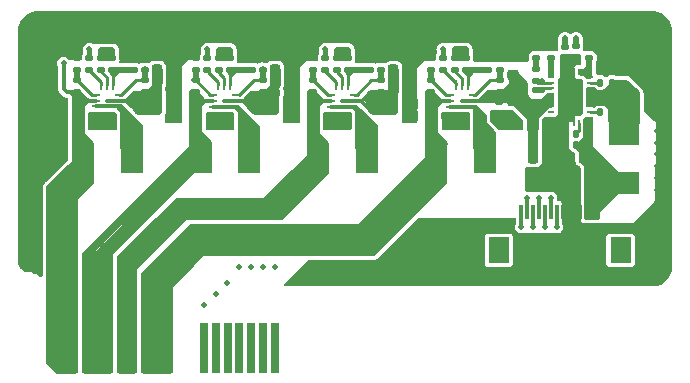
<source format=gbr>
G04 #@! TF.GenerationSoftware,KiCad,Pcbnew,(6.0.4)*
G04 #@! TF.CreationDate,2022-07-06T17:35:23+08:00*
G04 #@! TF.ProjectId,MP2145S_EVB,4d503231-3435-4535-9f45-56422e6b6963,rev?*
G04 #@! TF.SameCoordinates,PX5e56640PY77750e0*
G04 #@! TF.FileFunction,Copper,L4,Bot*
G04 #@! TF.FilePolarity,Positive*
%FSLAX46Y46*%
G04 Gerber Fmt 4.6, Leading zero omitted, Abs format (unit mm)*
G04 Created by KiCad (PCBNEW (6.0.4)) date 2022-07-06 17:35:23*
%MOMM*%
%LPD*%
G01*
G04 APERTURE LIST*
G04 Aperture macros list*
%AMRoundRect*
0 Rectangle with rounded corners*
0 $1 Rounding radius*
0 $2 $3 $4 $5 $6 $7 $8 $9 X,Y pos of 4 corners*
0 Add a 4 corners polygon primitive as box body*
4,1,4,$2,$3,$4,$5,$6,$7,$8,$9,$2,$3,0*
0 Add four circle primitives for the rounded corners*
1,1,$1+$1,$2,$3*
1,1,$1+$1,$4,$5*
1,1,$1+$1,$6,$7*
1,1,$1+$1,$8,$9*
0 Add four rect primitives between the rounded corners*
20,1,$1+$1,$2,$3,$4,$5,0*
20,1,$1+$1,$4,$5,$6,$7,0*
20,1,$1+$1,$6,$7,$8,$9,0*
20,1,$1+$1,$8,$9,$2,$3,0*%
%AMOutline4P*
0 Free polygon, 4 corners , with rotation*
0 The origin of the aperture is its center*
0 number of corners: always 4*
0 $1 to $8 corner X, Y*
0 $9 Rotation angle, in degrees counterclockwise*
0 create outline with 4 corners*
4,1,4,$1,$2,$3,$4,$5,$6,$7,$8,$1,$2,$9*%
G04 Aperture macros list end*
G04 #@! TA.AperFunction,ConnectorPad*
%ADD10R,0.700000X3.200000*%
G04 #@! TD*
G04 #@! TA.AperFunction,ConnectorPad*
%ADD11R,0.700000X4.300000*%
G04 #@! TD*
G04 #@! TA.AperFunction,SMDPad,CuDef*
%ADD12RoundRect,0.225000X0.225000X0.250000X-0.225000X0.250000X-0.225000X-0.250000X0.225000X-0.250000X0*%
G04 #@! TD*
G04 #@! TA.AperFunction,SMDPad,CuDef*
%ADD13RoundRect,0.140000X0.140000X0.170000X-0.140000X0.170000X-0.140000X-0.170000X0.140000X-0.170000X0*%
G04 #@! TD*
G04 #@! TA.AperFunction,SMDPad,CuDef*
%ADD14RoundRect,0.140000X-0.170000X0.140000X-0.170000X-0.140000X0.170000X-0.140000X0.170000X0.140000X0*%
G04 #@! TD*
G04 #@! TA.AperFunction,SMDPad,CuDef*
%ADD15RoundRect,0.140000X0.170000X-0.140000X0.170000X0.140000X-0.170000X0.140000X-0.170000X-0.140000X0*%
G04 #@! TD*
G04 #@! TA.AperFunction,SMDPad,CuDef*
%ADD16RoundRect,0.140000X-0.140000X-0.170000X0.140000X-0.170000X0.140000X0.170000X-0.140000X0.170000X0*%
G04 #@! TD*
G04 #@! TA.AperFunction,SMDPad,CuDef*
%ADD17RoundRect,0.225000X-0.225000X-0.250000X0.225000X-0.250000X0.225000X0.250000X-0.225000X0.250000X0*%
G04 #@! TD*
G04 #@! TA.AperFunction,SMDPad,CuDef*
%ADD18R,2.500000X1.900000*%
G04 #@! TD*
G04 #@! TA.AperFunction,SMDPad,CuDef*
%ADD19RoundRect,0.135000X0.185000X-0.135000X0.185000X0.135000X-0.185000X0.135000X-0.185000X-0.135000X0*%
G04 #@! TD*
G04 #@! TA.AperFunction,SMDPad,CuDef*
%ADD20RoundRect,0.135000X-0.135000X-0.185000X0.135000X-0.185000X0.135000X0.185000X-0.135000X0.185000X0*%
G04 #@! TD*
G04 #@! TA.AperFunction,SMDPad,CuDef*
%ADD21RoundRect,0.135000X-0.185000X0.135000X-0.185000X-0.135000X0.185000X-0.135000X0.185000X0.135000X0*%
G04 #@! TD*
G04 #@! TA.AperFunction,SMDPad,CuDef*
%ADD22R,0.240000X0.600000*%
G04 #@! TD*
G04 #@! TA.AperFunction,SMDPad,CuDef*
%ADD23R,0.600000X0.240000*%
G04 #@! TD*
G04 #@! TA.AperFunction,SMDPad,CuDef*
%ADD24R,0.240000X0.990000*%
G04 #@! TD*
G04 #@! TA.AperFunction,SMDPad,CuDef*
%ADD25R,0.517500X0.427500*%
G04 #@! TD*
G04 #@! TA.AperFunction,SMDPad,CuDef*
%ADD26R,2.050000X3.050000*%
G04 #@! TD*
G04 #@! TA.AperFunction,SMDPad,CuDef*
%ADD27R,1.800000X2.200000*%
G04 #@! TD*
G04 #@! TA.AperFunction,SMDPad,CuDef*
%ADD28R,0.300000X1.300000*%
G04 #@! TD*
G04 #@! TA.AperFunction,SMDPad,CuDef*
%ADD29RoundRect,0.225000X-0.250000X0.225000X-0.250000X-0.225000X0.250000X-0.225000X0.250000X0.225000X0*%
G04 #@! TD*
G04 #@! TA.AperFunction,SMDPad,CuDef*
%ADD30RoundRect,0.225000X0.250000X-0.225000X0.250000X0.225000X-0.250000X0.225000X-0.250000X-0.225000X0*%
G04 #@! TD*
G04 #@! TA.AperFunction,SMDPad,CuDef*
%ADD31R,1.900000X2.500000*%
G04 #@! TD*
G04 #@! TA.AperFunction,SMDPad,CuDef*
%ADD32O,0.750000X0.250000*%
G04 #@! TD*
G04 #@! TA.AperFunction,SMDPad,CuDef*
%ADD33O,0.250000X0.900000*%
G04 #@! TD*
G04 #@! TA.AperFunction,SMDPad,CuDef*
%ADD34O,0.500000X0.300000*%
G04 #@! TD*
G04 #@! TA.AperFunction,SMDPad,CuDef*
%ADD35Outline4P,-0.050000X-0.150000X0.050000X-0.150000X0.050000X0.150000X-0.050000X0.150000X225.000000*%
G04 #@! TD*
G04 #@! TA.AperFunction,SMDPad,CuDef*
%ADD36Outline4P,-0.050000X-0.150000X0.050000X-0.150000X0.050000X0.150000X-0.050000X0.150000X45.000000*%
G04 #@! TD*
G04 #@! TA.AperFunction,SMDPad,CuDef*
%ADD37Outline4P,-0.050000X-0.150000X0.050000X-0.150000X0.050000X0.150000X-0.050000X0.150000X135.000000*%
G04 #@! TD*
G04 #@! TA.AperFunction,SMDPad,CuDef*
%ADD38RoundRect,0.100000X-0.525000X-0.100000X0.525000X-0.100000X0.525000X0.100000X-0.525000X0.100000X0*%
G04 #@! TD*
G04 #@! TA.AperFunction,SMDPad,CuDef*
%ADD39RoundRect,0.147500X-0.172500X0.147500X-0.172500X-0.147500X0.172500X-0.147500X0.172500X0.147500X0*%
G04 #@! TD*
G04 #@! TA.AperFunction,SMDPad,CuDef*
%ADD40RoundRect,0.275000X3.225000X0.275000X-3.225000X0.275000X-3.225000X-0.275000X3.225000X-0.275000X0*%
G04 #@! TD*
G04 #@! TA.AperFunction,SMDPad,CuDef*
%ADD41RoundRect,0.275000X0.275000X-3.225000X0.275000X3.225000X-0.275000X3.225000X-0.275000X-3.225000X0*%
G04 #@! TD*
G04 #@! TA.AperFunction,ViaPad*
%ADD42C,0.500000*%
G04 #@! TD*
G04 #@! TA.AperFunction,Conductor*
%ADD43C,0.250000*%
G04 #@! TD*
G04 #@! TA.AperFunction,Conductor*
%ADD44C,0.500000*%
G04 #@! TD*
G04 #@! TA.AperFunction,Conductor*
%ADD45C,0.150000*%
G04 #@! TD*
G04 #@! TA.AperFunction,Conductor*
%ADD46C,0.350000*%
G04 #@! TD*
G04 #@! TA.AperFunction,Conductor*
%ADD47C,0.900000*%
G04 #@! TD*
G04 #@! TA.AperFunction,Conductor*
%ADD48C,0.700000*%
G04 #@! TD*
G04 #@! TA.AperFunction,Conductor*
%ADD49C,0.450000*%
G04 #@! TD*
G04 #@! TA.AperFunction,Conductor*
%ADD50C,0.600000*%
G04 #@! TD*
G04 #@! TA.AperFunction,Conductor*
%ADD51C,0.300000*%
G04 #@! TD*
G04 APERTURE END LIST*
D10*
G04 #@! TO.P,PCI1,A1*
G04 #@! TO.N,1.2V*
X13050000Y5600000D03*
D11*
G04 #@! TO.P,PCI1,A2*
X14050000Y5050000D03*
G04 #@! TO.P,PCI1,A3*
X15050000Y5050000D03*
G04 #@! TO.P,PCI1,A4*
G04 #@! TO.N,1.5V*
X16050000Y5050000D03*
G04 #@! TO.P,PCI1,A5*
X17050000Y5050000D03*
G04 #@! TO.P,PCI1,A6*
X18050000Y5050000D03*
G04 #@! TO.P,PCI1,A7*
G04 #@! TO.N,2.5V*
X19050000Y5050000D03*
G04 #@! TO.P,PCI1,A8*
X20050000Y5050000D03*
G04 #@! TO.P,PCI1,A9*
G04 #@! TO.N,3.3V*
X21050000Y5050000D03*
G04 #@! TO.P,PCI1,A10*
X22050000Y5050000D03*
G04 #@! TO.P,PCI1,A11*
X23050000Y5050000D03*
G04 #@! TO.P,PCI1,A12*
G04 #@! TO.N,unconnected-(PCI1-PadA12)*
X26050000Y5050000D03*
G04 #@! TO.P,PCI1,A13*
G04 #@! TO.N,unconnected-(PCI1-PadA13)*
X27050000Y5050000D03*
G04 #@! TO.P,PCI1,A14*
G04 #@! TO.N,unconnected-(PCI1-PadA14)*
X28050000Y5050000D03*
G04 #@! TO.P,PCI1,A15*
G04 #@! TO.N,unconnected-(PCI1-PadA15)*
X29050000Y5050000D03*
G04 #@! TO.P,PCI1,A16*
G04 #@! TO.N,unconnected-(PCI1-PadA16)*
X30050000Y5050000D03*
G04 #@! TO.P,PCI1,A17*
G04 #@! TO.N,unconnected-(PCI1-PadA17)*
X31050000Y5050000D03*
G04 #@! TO.P,PCI1,A18*
G04 #@! TO.N,unconnected-(PCI1-PadA18)*
X32050000Y5050000D03*
G04 #@! TD*
D12*
G04 #@! TO.P,C1,1*
G04 #@! TO.N,BAT+*
X58255000Y21210000D03*
G04 #@! TO.P,C1,2*
G04 #@! TO.N,GND*
X56705000Y21210000D03*
G04 #@! TD*
D13*
G04 #@! TO.P,C2,1*
G04 #@! TO.N,BAT+*
X57520000Y22320000D03*
G04 #@! TO.P,C2,2*
G04 #@! TO.N,GND*
X56560000Y22320000D03*
G04 #@! TD*
D14*
G04 #@! TO.P,C3,1*
G04 #@! TO.N,Net-(C3-Pad1)*
X56600000Y30610000D03*
G04 #@! TO.P,C3,2*
G04 #@! TO.N,GND*
X56600000Y29650000D03*
G04 #@! TD*
D15*
G04 #@! TO.P,C4,1*
G04 #@! TO.N,Net-(C4-Pad1)*
X58680000Y29650000D03*
G04 #@! TO.P,C4,2*
G04 #@! TO.N,GND*
X58680000Y30610000D03*
G04 #@! TD*
G04 #@! TO.P,C5,1*
G04 #@! TO.N,Net-(C5-Pad1)*
X54140000Y29650000D03*
G04 #@! TO.P,C5,2*
G04 #@! TO.N,GND*
X54140000Y30610000D03*
G04 #@! TD*
D13*
G04 #@! TO.P,C6,1*
G04 #@! TO.N,Net-(C6-Pad1)*
X57520000Y23240000D03*
G04 #@! TO.P,C6,2*
G04 #@! TO.N,GND*
X56560000Y23240000D03*
G04 #@! TD*
D16*
G04 #@! TO.P,C39,1*
G04 #@! TO.N,Net-(C39-Pad1)*
X59580000Y25060000D03*
G04 #@! TO.P,C39,2*
G04 #@! TO.N,Net-(C39-Pad2)*
X60540000Y25060000D03*
G04 #@! TD*
D17*
G04 #@! TO.P,C40,1*
G04 #@! TO.N,5V*
X53895000Y23250000D03*
G04 #@! TO.P,C40,2*
G04 #@! TO.N,GND*
X55445000Y23250000D03*
G04 #@! TD*
G04 #@! TO.P,C41,1*
G04 #@! TO.N,5V*
X53905000Y22230000D03*
G04 #@! TO.P,C41,2*
G04 #@! TO.N,GND*
X55455000Y22230000D03*
G04 #@! TD*
D18*
G04 #@! TO.P,L1,1,1*
G04 #@! TO.N,BAT+*
X61620000Y19070000D03*
G04 #@! TO.P,L1,2,2*
G04 #@! TO.N,Net-(C39-Pad2)*
X61620000Y23170000D03*
G04 #@! TD*
D19*
G04 #@! TO.P,R1,1*
G04 #@! TO.N,Net-(C3-Pad1)*
X54140000Y27710000D03*
G04 #@! TO.P,R1,2*
G04 #@! TO.N,Net-(C5-Pad1)*
X54140000Y28730000D03*
G04 #@! TD*
G04 #@! TO.P,R2,1*
G04 #@! TO.N,Net-(R2-Pad1)*
X55420000Y29620000D03*
G04 #@! TO.P,R2,2*
G04 #@! TO.N,GND*
X55420000Y30640000D03*
G04 #@! TD*
D20*
G04 #@! TO.P,R7,1*
G04 #@! TO.N,Net-(R7-Pad1)*
X59550000Y27570000D03*
G04 #@! TO.P,R7,2*
G04 #@! TO.N,Net-(C39-Pad2)*
X60570000Y27570000D03*
G04 #@! TD*
D21*
G04 #@! TO.P,R8,1*
G04 #@! TO.N,Net-(R34-Pad2)*
X54140000Y26940000D03*
G04 #@! TO.P,R8,2*
G04 #@! TO.N,5V*
X54140000Y25920000D03*
G04 #@! TD*
D19*
G04 #@! TO.P,R34,1*
G04 #@! TO.N,GND*
X57560000Y29620000D03*
G04 #@! TO.P,R34,2*
G04 #@! TO.N,Net-(R34-Pad2)*
X57560000Y30640000D03*
G04 #@! TD*
D22*
G04 #@! TO.P,U1,1,VCC*
G04 #@! TO.N,Net-(C4-Pad1)*
X57820000Y28470000D03*
D23*
G04 #@! TO.P,U1,2,EN*
X58720000Y28070000D03*
G04 #@! TO.P,U1,3,FSW*
G04 #@! TO.N,Net-(R7-Pad1)*
X58720000Y27570000D03*
G04 #@! TO.P,U1,4,SW_7*
G04 #@! TO.N,Net-(C39-Pad2)*
X58720000Y27070000D03*
G04 #@! TO.P,U1,5,SW_4*
X58720000Y26570000D03*
G04 #@! TO.P,U1,6,SW_5*
X58720000Y26070000D03*
G04 #@! TO.P,U1,7,SW_6*
X58720000Y25570000D03*
G04 #@! TO.P,U1,8,BOOT*
G04 #@! TO.N,Net-(C39-Pad1)*
X58720000Y25070000D03*
G04 #@! TO.P,U1,9,VIN*
G04 #@! TO.N,BAT+*
X58720000Y24570000D03*
D22*
G04 #@! TO.P,U1,10,SS*
G04 #@! TO.N,Net-(C6-Pad1)*
X57820000Y24170000D03*
G04 #@! TO.P,U1,11,NC_11*
G04 #@! TO.N,GND*
X56320000Y24170000D03*
D23*
G04 #@! TO.P,U1,12,NC_12*
X55420000Y24570000D03*
G04 #@! TO.P,U1,13,MODE*
G04 #@! TO.N,unconnected-(U1-Pad13)*
X55420000Y25070000D03*
G04 #@! TO.P,U1,14,VOUT_16*
G04 #@! TO.N,5V*
X55420000Y25570000D03*
G04 #@! TO.P,U1,15,VOUT_14*
X55420000Y26070000D03*
G04 #@! TO.P,U1,16,VOUT_15*
X55420000Y26570000D03*
G04 #@! TO.P,U1,17,FB*
G04 #@! TO.N,Net-(R34-Pad2)*
X55420000Y27070000D03*
G04 #@! TO.P,U1,18,COMP*
G04 #@! TO.N,Net-(C3-Pad1)*
X55420000Y27570000D03*
G04 #@! TO.P,U1,19,ILIM*
G04 #@! TO.N,Net-(R2-Pad1)*
X55420000Y28070000D03*
D22*
G04 #@! TO.P,U1,20,AGND*
G04 #@! TO.N,GND*
X56320000Y28470000D03*
D24*
G04 #@! TO.P,U1,21,PGND*
X56790000Y28275000D03*
D25*
X57070000Y24580000D03*
D26*
X57070000Y26320000D03*
D24*
X57340000Y28275000D03*
X57340000Y24360000D03*
X56790000Y24360000D03*
D25*
X57070000Y28040000D03*
G04 #@! TD*
D27*
G04 #@! TO.P,J1,*
G04 #@! TO.N,*
X51020000Y13355000D03*
X61320000Y13355000D03*
D28*
G04 #@! TO.P,J1,1,Pin_1*
G04 #@! TO.N,BAT+*
X59420000Y16605000D03*
G04 #@! TO.P,J1,2,Pin_2*
X58920000Y16605000D03*
G04 #@! TO.P,J1,3,Pin_3*
X58420000Y16605000D03*
G04 #@! TO.P,J1,4,Pin_4*
G04 #@! TO.N,GND*
X57920000Y16605000D03*
G04 #@! TO.P,J1,5,Pin_5*
X57420000Y16605000D03*
G04 #@! TO.P,J1,6,Pin_6*
X56920000Y16605000D03*
G04 #@! TO.P,J1,7,Pin_7*
X56420000Y16605000D03*
G04 #@! TO.P,J1,8,Pin_8*
G04 #@! TO.N,BAT_CHG*
X55920000Y16605000D03*
G04 #@! TO.P,J1,9,Pin_9*
G04 #@! TO.N,BAT_PG*
X55420000Y16605000D03*
G04 #@! TO.P,J1,10,Pin_10*
G04 #@! TO.N,BAT_ISET*
X54920000Y16605000D03*
G04 #@! TO.P,J1,11,Pin_11*
G04 #@! TO.N,REG_POWER*
X54420000Y16605000D03*
G04 #@! TO.P,J1,12,Pin_12*
G04 #@! TO.N,REG_CHG*
X53920000Y16605000D03*
G04 #@! TO.P,J1,13,Pin_13*
G04 #@! TO.N,REG_EN1*
X53420000Y16605000D03*
G04 #@! TO.P,J1,14,Pin_14*
G04 #@! TO.N,REG_EN2*
X52920000Y16605000D03*
G04 #@! TD*
D17*
G04 #@! TO.P,C42,1*
G04 #@! TO.N,5V*
X53905000Y21210000D03*
G04 #@! TO.P,C42,2*
G04 #@! TO.N,GND*
X55455000Y21210000D03*
G04 #@! TD*
G04 #@! TO.P,C7,1*
G04 #@! TO.N,5V*
X42095000Y28630000D03*
G04 #@! TO.P,C7,2*
G04 #@! TO.N,GND*
X43645000Y28630000D03*
G04 #@! TD*
G04 #@! TO.P,C8,1*
G04 #@! TO.N,5V*
X32085000Y27620000D03*
G04 #@! TO.P,C8,2*
G04 #@! TO.N,GND*
X33635000Y27620000D03*
G04 #@! TD*
D14*
G04 #@! TO.P,C9,1*
G04 #@! TO.N,5V*
X51070000Y25960000D03*
G04 #@! TO.P,C9,2*
G04 #@! TO.N,GND*
X51070000Y25000000D03*
G04 #@! TD*
D15*
G04 #@! TO.P,C10,1*
G04 #@! TO.N,Net-(C10-Pad1)*
X20090000Y28660000D03*
G04 #@! TO.P,C10,2*
G04 #@! TO.N,GND*
X20090000Y29620000D03*
G04 #@! TD*
D14*
G04 #@! TO.P,C11,1*
G04 #@! TO.N,1.2V*
X16340000Y29620000D03*
G04 #@! TO.P,C11,2*
G04 #@! TO.N,Net-(C11-Pad2)*
X16340000Y28660000D03*
G04 #@! TD*
D12*
G04 #@! TO.P,C12,1*
G04 #@! TO.N,1.2V*
X15345000Y25720001D03*
G04 #@! TO.P,C12,2*
G04 #@! TO.N,GND*
X13795000Y25720001D03*
G04 #@! TD*
G04 #@! TO.P,C13,1*
G04 #@! TO.N,1.2V*
X15330000Y24690000D03*
G04 #@! TO.P,C13,2*
G04 #@! TO.N,GND*
X13780000Y24690000D03*
G04 #@! TD*
D17*
G04 #@! TO.P,C14,1*
G04 #@! TO.N,5V*
X22065000Y28640000D03*
G04 #@! TO.P,C14,2*
G04 #@! TO.N,GND*
X23615000Y28640000D03*
G04 #@! TD*
G04 #@! TO.P,C15,1*
G04 #@! TO.N,5V*
X32084999Y28639999D03*
G04 #@! TO.P,C15,2*
G04 #@! TO.N,GND*
X33634999Y28639999D03*
G04 #@! TD*
D29*
G04 #@! TO.P,C16,1*
G04 #@! TO.N,5V*
X52230000Y25985000D03*
G04 #@! TO.P,C16,2*
G04 #@! TO.N,GND*
X52230000Y24435000D03*
G04 #@! TD*
D17*
G04 #@! TO.P,C17,1*
G04 #@! TO.N,5V*
X42095000Y27610000D03*
G04 #@! TO.P,C17,2*
G04 #@! TO.N,GND*
X43645000Y27610000D03*
G04 #@! TD*
D16*
G04 #@! TO.P,C18,1*
G04 #@! TO.N,5V*
X22230000Y26630000D03*
G04 #@! TO.P,C18,2*
G04 #@! TO.N,GND*
X23190000Y26630000D03*
G04 #@! TD*
G04 #@! TO.P,C19,1*
G04 #@! TO.N,5V*
X32210000Y26650000D03*
G04 #@! TO.P,C19,2*
G04 #@! TO.N,GND*
X33170000Y26650000D03*
G04 #@! TD*
D15*
G04 #@! TO.P,C20,1*
G04 #@! TO.N,Net-(C20-Pad1)*
X30119999Y28660000D03*
G04 #@! TO.P,C20,2*
G04 #@! TO.N,GND*
X30119999Y29620000D03*
G04 #@! TD*
G04 #@! TO.P,C21,1*
G04 #@! TO.N,Net-(C21-Pad1)*
X40100000Y28660000D03*
G04 #@! TO.P,C21,2*
G04 #@! TO.N,GND*
X40100000Y29620000D03*
G04 #@! TD*
D14*
G04 #@! TO.P,C22,1*
G04 #@! TO.N,1.5V*
X26350000Y29620000D03*
G04 #@! TO.P,C22,2*
G04 #@! TO.N,Net-(C22-Pad2)*
X26350000Y28660000D03*
G04 #@! TD*
G04 #@! TO.P,C23,1*
G04 #@! TO.N,2.5V*
X36320000Y29620000D03*
G04 #@! TO.P,C23,2*
G04 #@! TO.N,Net-(C23-Pad2)*
X36320000Y28660000D03*
G04 #@! TD*
D12*
G04 #@! TO.P,C24,1*
G04 #@! TO.N,1.5V*
X25355000Y24700000D03*
G04 #@! TO.P,C24,2*
G04 #@! TO.N,GND*
X23805000Y24700000D03*
G04 #@! TD*
G04 #@! TO.P,C25,1*
G04 #@! TO.N,2.5V*
X35315000Y25720001D03*
G04 #@! TO.P,C25,2*
G04 #@! TO.N,GND*
X33765000Y25720001D03*
G04 #@! TD*
G04 #@! TO.P,C26,1*
G04 #@! TO.N,1.5V*
X25355000Y25720001D03*
G04 #@! TO.P,C26,2*
G04 #@! TO.N,GND*
X23805000Y25720001D03*
G04 #@! TD*
G04 #@! TO.P,C27,1*
G04 #@! TO.N,2.5V*
X35315000Y24700000D03*
G04 #@! TO.P,C27,2*
G04 #@! TO.N,GND*
X33765000Y24700000D03*
G04 #@! TD*
D30*
G04 #@! TO.P,C28,1*
G04 #@! TO.N,5V*
X52230000Y28245000D03*
G04 #@! TO.P,C28,2*
G04 #@! TO.N,GND*
X52230000Y29795000D03*
G04 #@! TD*
D17*
G04 #@! TO.P,C29,1*
G04 #@! TO.N,5V*
X22065000Y27620000D03*
G04 #@! TO.P,C29,2*
G04 #@! TO.N,GND*
X23615000Y27620000D03*
G04 #@! TD*
D16*
G04 #@! TO.P,C30,1*
G04 #@! TO.N,5V*
X42260000Y26650000D03*
G04 #@! TO.P,C30,2*
G04 #@! TO.N,GND*
X43220000Y26650000D03*
G04 #@! TD*
D15*
G04 #@! TO.P,C31,1*
G04 #@! TO.N,Net-(C31-Pad1)*
X50100000Y28670000D03*
G04 #@! TO.P,C31,2*
G04 #@! TO.N,GND*
X50100000Y29630000D03*
G04 #@! TD*
D14*
G04 #@! TO.P,C32,1*
G04 #@! TO.N,3.3V*
X46280000Y29620000D03*
G04 #@! TO.P,C32,2*
G04 #@! TO.N,Net-(C32-Pad2)*
X46280000Y28660000D03*
G04 #@! TD*
D12*
G04 #@! TO.P,C33,1*
G04 #@! TO.N,3.3V*
X45315000Y24700000D03*
G04 #@! TO.P,C33,2*
G04 #@! TO.N,GND*
X43765000Y24700000D03*
G04 #@! TD*
G04 #@! TO.P,C34,1*
G04 #@! TO.N,3.3V*
X45315000Y25720001D03*
G04 #@! TO.P,C34,2*
G04 #@! TO.N,GND*
X43765000Y25720001D03*
G04 #@! TD*
D31*
G04 #@! TO.P,L2,1,1*
G04 #@! TO.N,Net-(L2-Pad1)*
X19920000Y21200000D03*
G04 #@! TO.P,L2,2,2*
G04 #@! TO.N,1.2V*
X15820000Y21200000D03*
G04 #@! TD*
G04 #@! TO.P,L3,1,1*
G04 #@! TO.N,Net-(L3-Pad1)*
X29860000Y21200000D03*
G04 #@! TO.P,L3,2,2*
G04 #@! TO.N,1.5V*
X25760000Y21200000D03*
G04 #@! TD*
G04 #@! TO.P,L4,1,1*
G04 #@! TO.N,Net-(L4-Pad1)*
X39820000Y21200000D03*
G04 #@! TO.P,L4,2,2*
G04 #@! TO.N,2.5V*
X35720000Y21200000D03*
G04 #@! TD*
G04 #@! TO.P,L5,1,1*
G04 #@! TO.N,Net-(L5-Pad1)*
X49830000Y21200000D03*
G04 #@! TO.P,L5,2,2*
G04 #@! TO.N,3.3V*
X45730000Y21200000D03*
G04 #@! TD*
D21*
G04 #@! TO.P,R3,1*
G04 #@! TO.N,5V*
X18280000Y29650000D03*
G04 #@! TO.P,R3,2*
G04 #@! TO.N,Net-(C10-Pad1)*
X18280000Y28630000D03*
G04 #@! TD*
D19*
G04 #@! TO.P,R4,1*
G04 #@! TO.N,Net-(C10-Pad1)*
X19220000Y28630000D03*
G04 #@! TO.P,R4,2*
G04 #@! TO.N,GND*
X19220000Y29650000D03*
G04 #@! TD*
G04 #@! TO.P,R5,1*
G04 #@! TO.N,5V*
X21020000Y26800000D03*
G04 #@! TO.P,R5,2*
G04 #@! TO.N,PG_1.2*
X21020000Y27820000D03*
G04 #@! TD*
D21*
G04 #@! TO.P,R6,1*
G04 #@! TO.N,5V*
X17360000Y29650000D03*
G04 #@! TO.P,R6,2*
G04 #@! TO.N,Net-(R6-Pad2)*
X17360000Y28630000D03*
G04 #@! TD*
D19*
G04 #@! TO.P,R9,1*
G04 #@! TO.N,1.2V*
X15330000Y26770000D03*
G04 #@! TO.P,R9,2*
G04 #@! TO.N,Net-(R10-Pad1)*
X15330000Y27790000D03*
G04 #@! TD*
G04 #@! TO.P,R10,1*
G04 #@! TO.N,Net-(R10-Pad1)*
X15330000Y28630000D03*
G04 #@! TO.P,R10,2*
G04 #@! TO.N,GND*
X15330000Y29650000D03*
G04 #@! TD*
D21*
G04 #@! TO.P,R11,1*
G04 #@! TO.N,5V*
X28250000Y29650000D03*
G04 #@! TO.P,R11,2*
G04 #@! TO.N,Net-(C20-Pad1)*
X28250000Y28630000D03*
G04 #@! TD*
D19*
G04 #@! TO.P,R12,1*
G04 #@! TO.N,Net-(C20-Pad1)*
X29239999Y28630000D03*
G04 #@! TO.P,R12,2*
G04 #@! TO.N,GND*
X29239999Y29650000D03*
G04 #@! TD*
D21*
G04 #@! TO.P,R13,1*
G04 #@! TO.N,5V*
X38240000Y29650000D03*
G04 #@! TO.P,R13,2*
G04 #@! TO.N,Net-(C21-Pad1)*
X38240000Y28630000D03*
G04 #@! TD*
D19*
G04 #@! TO.P,R14,1*
G04 #@! TO.N,Net-(C21-Pad1)*
X39230000Y28630000D03*
G04 #@! TO.P,R14,2*
G04 #@! TO.N,GND*
X39230000Y29650000D03*
G04 #@! TD*
G04 #@! TO.P,R15,1*
G04 #@! TO.N,5V*
X31010000Y26800000D03*
G04 #@! TO.P,R15,2*
G04 #@! TO.N,PG_1.5*
X31010000Y27820000D03*
G04 #@! TD*
G04 #@! TO.P,R16,1*
G04 #@! TO.N,5V*
X41060000Y26800000D03*
G04 #@! TO.P,R16,2*
G04 #@! TO.N,PG_2.5*
X41060000Y27820000D03*
G04 #@! TD*
D21*
G04 #@! TO.P,R17,1*
G04 #@! TO.N,5V*
X27350001Y29650000D03*
G04 #@! TO.P,R17,2*
G04 #@! TO.N,Net-(R17-Pad2)*
X27350001Y28630000D03*
G04 #@! TD*
G04 #@! TO.P,R18,1*
G04 #@! TO.N,5V*
X37320000Y29650000D03*
G04 #@! TO.P,R18,2*
G04 #@! TO.N,Net-(R18-Pad2)*
X37320000Y28630000D03*
G04 #@! TD*
D19*
G04 #@! TO.P,R19,1*
G04 #@! TO.N,1.5V*
X25349999Y26770000D03*
G04 #@! TO.P,R19,2*
G04 #@! TO.N,Net-(R19-Pad2)*
X25349999Y27790000D03*
G04 #@! TD*
G04 #@! TO.P,R20,1*
G04 #@! TO.N,Net-(R19-Pad2)*
X25350000Y28630000D03*
G04 #@! TO.P,R20,2*
G04 #@! TO.N,GND*
X25350000Y29650000D03*
G04 #@! TD*
G04 #@! TO.P,R21,1*
G04 #@! TO.N,2.5V*
X35280000Y26770000D03*
G04 #@! TO.P,R21,2*
G04 #@! TO.N,Net-(R21-Pad2)*
X35280000Y27790000D03*
G04 #@! TD*
G04 #@! TO.P,R22,1*
G04 #@! TO.N,Net-(R21-Pad2)*
X35280000Y28630000D03*
G04 #@! TO.P,R22,2*
G04 #@! TO.N,GND*
X35280000Y29650000D03*
G04 #@! TD*
D21*
G04 #@! TO.P,R23,1*
G04 #@! TO.N,5V*
X48250000Y29650000D03*
G04 #@! TO.P,R23,2*
G04 #@! TO.N,Net-(C31-Pad1)*
X48250000Y28630000D03*
G04 #@! TD*
D19*
G04 #@! TO.P,R24,1*
G04 #@! TO.N,Net-(C31-Pad1)*
X49220000Y28640000D03*
G04 #@! TO.P,R24,2*
G04 #@! TO.N,GND*
X49220000Y29660000D03*
G04 #@! TD*
G04 #@! TO.P,R25,1*
G04 #@! TO.N,5V*
X51080000Y26800000D03*
G04 #@! TO.P,R25,2*
G04 #@! TO.N,PG_3.3*
X51080000Y27820000D03*
G04 #@! TD*
D21*
G04 #@! TO.P,R26,1*
G04 #@! TO.N,5V*
X47310000Y29650000D03*
G04 #@! TO.P,R26,2*
G04 #@! TO.N,Net-(R26-Pad2)*
X47310000Y28630000D03*
G04 #@! TD*
D19*
G04 #@! TO.P,R27,1*
G04 #@! TO.N,3.3V*
X45300000Y26770000D03*
G04 #@! TO.P,R27,2*
G04 #@! TO.N,Net-(R27-Pad2)*
X45300000Y27790000D03*
G04 #@! TD*
G04 #@! TO.P,R28,1*
G04 #@! TO.N,Net-(R27-Pad2)*
X45300000Y28630000D03*
G04 #@! TO.P,R28,2*
G04 #@! TO.N,GND*
X45300000Y29650000D03*
G04 #@! TD*
D32*
G04 #@! TO.P,U2,1,SW*
G04 #@! TO.N,Net-(L2-Pad1)*
X16885000Y25540000D03*
G04 #@! TO.P,U2,2,OUT*
G04 #@! TO.N,1.2V*
X16885000Y26040000D03*
G04 #@! TO.P,U2,3,FB*
G04 #@! TO.N,Net-(R10-Pad1)*
X16885000Y26540000D03*
D33*
G04 #@! TO.P,U2,4,Ramp*
G04 #@! TO.N,Net-(C11-Pad2)*
X17360000Y27390000D03*
G04 #@! TO.P,U2,5,EN*
G04 #@! TO.N,Net-(R6-Pad2)*
X17860000Y27390000D03*
G04 #@! TO.P,U2,6,MODE*
G04 #@! TO.N,Net-(C10-Pad1)*
X18360000Y27390000D03*
D32*
G04 #@! TO.P,U2,7,PG*
G04 #@! TO.N,PG_1.2*
X18835000Y26540000D03*
G04 #@! TO.P,U2,8,VIN*
G04 #@! TO.N,5V*
X18430000Y26040000D03*
X18835000Y26040000D03*
X18190000Y26040000D03*
D34*
X17860000Y26040000D03*
D32*
G04 #@! TO.P,U2,9,SW*
G04 #@! TO.N,Net-(L2-Pad1)*
X18835000Y25540000D03*
D35*
G04 #@! TO.P,U2,10,GND*
G04 #@! TO.N,GND*
X18240000Y24720000D03*
D36*
X17730000Y24730000D03*
D37*
X17990000Y24730000D03*
D33*
X18360000Y24690000D03*
D38*
X17860000Y24940000D03*
D37*
X17490000Y24730000D03*
D33*
G04 #@! TO.P,U2,11,GND*
X17860000Y24690000D03*
G04 #@! TO.P,U2,12,GND*
X17360000Y24690000D03*
G04 #@! TD*
D32*
G04 #@! TO.P,U3,1,SW*
G04 #@! TO.N,Net-(L3-Pad1)*
X26805000Y25529999D03*
G04 #@! TO.P,U3,2,OUT*
G04 #@! TO.N,1.5V*
X26805000Y26029999D03*
G04 #@! TO.P,U3,3,FB*
G04 #@! TO.N,Net-(R19-Pad2)*
X26805000Y26529999D03*
D33*
G04 #@! TO.P,U3,4,Ramp*
G04 #@! TO.N,Net-(C22-Pad2)*
X27280000Y27379999D03*
G04 #@! TO.P,U3,5,EN*
G04 #@! TO.N,Net-(R17-Pad2)*
X27780000Y27379999D03*
G04 #@! TO.P,U3,6,MODE*
G04 #@! TO.N,Net-(C20-Pad1)*
X28280000Y27379999D03*
D32*
G04 #@! TO.P,U3,7,PG*
G04 #@! TO.N,PG_1.5*
X28755000Y26529999D03*
D34*
G04 #@! TO.P,U3,8,VIN*
G04 #@! TO.N,5V*
X27780000Y26029999D03*
D32*
X28110000Y26029999D03*
X28755000Y26029999D03*
X28350000Y26029999D03*
G04 #@! TO.P,U3,9,SW*
G04 #@! TO.N,Net-(L3-Pad1)*
X28755000Y25529999D03*
D37*
G04 #@! TO.P,U3,10,GND*
G04 #@! TO.N,GND*
X27410000Y24719999D03*
D33*
X28280000Y24679999D03*
D35*
X28160000Y24709999D03*
D36*
X27650000Y24719999D03*
D37*
X27910000Y24719999D03*
D38*
X27780000Y24929999D03*
D33*
G04 #@! TO.P,U3,11,GND*
X27780000Y24679999D03*
G04 #@! TO.P,U3,12,GND*
X27280000Y24679999D03*
G04 #@! TD*
D32*
G04 #@! TO.P,U4,1,SW*
G04 #@! TO.N,Net-(L4-Pad1)*
X36795000Y25529999D03*
G04 #@! TO.P,U4,2,OUT*
G04 #@! TO.N,2.5V*
X36795000Y26029999D03*
G04 #@! TO.P,U4,3,FB*
G04 #@! TO.N,Net-(R21-Pad2)*
X36795000Y26529999D03*
D33*
G04 #@! TO.P,U4,4,Ramp*
G04 #@! TO.N,Net-(C23-Pad2)*
X37270000Y27379999D03*
G04 #@! TO.P,U4,5,EN*
G04 #@! TO.N,Net-(R18-Pad2)*
X37770000Y27379999D03*
G04 #@! TO.P,U4,6,MODE*
G04 #@! TO.N,Net-(C21-Pad1)*
X38270000Y27379999D03*
D32*
G04 #@! TO.P,U4,7,PG*
G04 #@! TO.N,PG_2.5*
X38745000Y26529999D03*
D34*
G04 #@! TO.P,U4,8,VIN*
G04 #@! TO.N,5V*
X37770000Y26029999D03*
D32*
X38340000Y26029999D03*
X38100000Y26029999D03*
X38745000Y26029999D03*
G04 #@! TO.P,U4,9,SW*
G04 #@! TO.N,Net-(L4-Pad1)*
X38745000Y25529999D03*
D37*
G04 #@! TO.P,U4,10,GND*
G04 #@! TO.N,GND*
X37900000Y24719999D03*
D33*
X38270000Y24679999D03*
D38*
X37770000Y24929999D03*
D35*
X38150000Y24709999D03*
D37*
X37400000Y24719999D03*
D36*
X37640000Y24719999D03*
D33*
G04 #@! TO.P,U4,11,GND*
X37770000Y24679999D03*
G04 #@! TO.P,U4,12,GND*
X37270000Y24679999D03*
G04 #@! TD*
D32*
G04 #@! TO.P,U5,1,SW*
G04 #@! TO.N,Net-(L5-Pad1)*
X46895000Y25529999D03*
G04 #@! TO.P,U5,2,OUT*
G04 #@! TO.N,3.3V*
X46895000Y26029999D03*
G04 #@! TO.P,U5,3,FB*
G04 #@! TO.N,Net-(R27-Pad2)*
X46895000Y26529999D03*
D33*
G04 #@! TO.P,U5,4,Ramp*
G04 #@! TO.N,Net-(C32-Pad2)*
X47370000Y27379999D03*
G04 #@! TO.P,U5,5,EN*
G04 #@! TO.N,Net-(R26-Pad2)*
X47870000Y27379999D03*
G04 #@! TO.P,U5,6,MODE*
G04 #@! TO.N,Net-(C31-Pad1)*
X48370000Y27379999D03*
D32*
G04 #@! TO.P,U5,7,PG*
G04 #@! TO.N,PG_3.3*
X48845000Y26529999D03*
G04 #@! TO.P,U5,8,VIN*
G04 #@! TO.N,5V*
X48845000Y26029999D03*
X48440000Y26029999D03*
D34*
X47870000Y26029999D03*
D32*
X48200000Y26029999D03*
G04 #@! TO.P,U5,9,SW*
G04 #@! TO.N,Net-(L5-Pad1)*
X48845000Y25529999D03*
D38*
G04 #@! TO.P,U5,10,GND*
G04 #@! TO.N,GND*
X47870000Y24929999D03*
D33*
X48370000Y24679999D03*
D36*
X47740000Y24719999D03*
D35*
X48250000Y24709999D03*
D37*
X48000000Y24719999D03*
X47500000Y24719999D03*
D33*
G04 #@! TO.P,U5,11,GND*
X47870000Y24679999D03*
G04 #@! TO.P,U5,12,GND*
X47370000Y24679999D03*
G04 #@! TD*
D39*
G04 #@! TO.P,D1,1,K*
G04 #@! TO.N,GND*
X21020000Y29625000D03*
G04 #@! TO.P,D1,2,A*
G04 #@! TO.N,PG_1.2*
X21020000Y28655000D03*
G04 #@! TD*
G04 #@! TO.P,D2,1,K*
G04 #@! TO.N,GND*
X31010000Y29605000D03*
G04 #@! TO.P,D2,2,A*
G04 #@! TO.N,PG_1.5*
X31010000Y28635000D03*
G04 #@! TD*
G04 #@! TO.P,D3,1,K*
G04 #@! TO.N,GND*
X41060000Y29625000D03*
G04 #@! TO.P,D3,2,A*
G04 #@! TO.N,PG_2.5*
X41060000Y28655000D03*
G04 #@! TD*
G04 #@! TO.P,D4,1,K*
G04 #@! TO.N,GND*
X51080000Y29635000D03*
G04 #@! TO.P,D4,2,A*
G04 #@! TO.N,PG_3.3*
X51080000Y28665000D03*
G04 #@! TD*
D40*
G04 #@! TO.P,J2,1,Pin_1*
G04 #@! TO.N,GND*
X58640000Y32810000D03*
G04 #@! TD*
D41*
G04 #@! TO.P,J3,1,Pin_1*
G04 #@! TO.N,GND*
X64920000Y16860000D03*
G04 #@! TD*
D40*
G04 #@! TO.P,J4,1,Pin_1*
G04 #@! TO.N,GND*
X44933334Y32810000D03*
G04 #@! TD*
D41*
G04 #@! TO.P,J6,1,Pin_1*
G04 #@! TO.N,GND*
X64920000Y26220000D03*
G04 #@! TD*
G04 #@! TO.P,J7,1,Pin_1*
G04 #@! TO.N,GND*
X11190000Y16860000D03*
G04 #@! TD*
D40*
G04 #@! TO.P,J8,1,Pin_1*
G04 #@! TO.N,GND*
X31226668Y32810000D03*
G04 #@! TD*
G04 #@! TO.P,J9,1,Pin_1*
G04 #@! TO.N,GND*
X44933334Y11090000D03*
G04 #@! TD*
D41*
G04 #@! TO.P,J10,1,Pin_1*
G04 #@! TO.N,GND*
X11190000Y26530000D03*
G04 #@! TD*
D40*
G04 #@! TO.P,J11,1,Pin_1*
G04 #@! TO.N,GND*
X17520000Y32810000D03*
G04 #@! TD*
D42*
G04 #@! TO.N,GND*
X11690000Y29590000D03*
X10690000Y29590000D03*
X65390000Y29490000D03*
X64390000Y29490000D03*
X57429999Y14305001D03*
X57970000Y15005000D03*
X56870000Y15005001D03*
X56880000Y14305001D03*
X57980000Y14305000D03*
X57419999Y15005001D03*
X57970000Y13605000D03*
X57419999Y13605001D03*
X56880000Y12905001D03*
X57980000Y12905000D03*
X56870000Y13605001D03*
X57429999Y12905001D03*
X58680000Y12905001D03*
X59219999Y13605001D03*
X59770000Y13605000D03*
X59780000Y12905000D03*
X58670000Y13605001D03*
X59229999Y12905001D03*
X59219999Y15005001D03*
X59780000Y14305000D03*
X59229999Y14305001D03*
X58670000Y15005001D03*
X59770000Y15005000D03*
X58680000Y14305001D03*
X57075000Y26693334D03*
X57750000Y26693334D03*
X56400000Y26703334D03*
X57065000Y25916668D03*
X56390001Y25926668D03*
X57740000Y25916668D03*
X56390000Y25150000D03*
X57065000Y25140000D03*
X57740000Y25140000D03*
X13160000Y33320000D03*
X14160000Y33320000D03*
X15160000Y33320000D03*
X16160000Y33320000D03*
X17160000Y33320000D03*
X18160000Y33320000D03*
X19160000Y33320000D03*
X20160000Y33320000D03*
X21160000Y33320000D03*
X22160000Y33320000D03*
X23160000Y33320000D03*
X24160000Y33320000D03*
X25160000Y33320000D03*
X26160000Y33320000D03*
X27160000Y33320000D03*
X28160000Y33320000D03*
X29160000Y33320000D03*
X30160000Y33320000D03*
X31160000Y33320000D03*
X32160000Y33320000D03*
X33160000Y33320000D03*
X34160000Y33320000D03*
X35160000Y33320000D03*
X36160000Y33320000D03*
X37160000Y33320000D03*
X38160000Y33320000D03*
X39160000Y33320000D03*
X40160000Y33320000D03*
X41160000Y33320000D03*
X42160000Y33320000D03*
X43160000Y33320000D03*
X44160000Y33320000D03*
X45160000Y33320000D03*
X46160000Y33320000D03*
X47160000Y33320000D03*
X48160000Y33320000D03*
X49160000Y33320000D03*
X50160000Y33320000D03*
X51160000Y33320000D03*
X52160000Y33320000D03*
X53160000Y33320000D03*
X54160000Y33320000D03*
X55160000Y33320000D03*
X56160000Y33320000D03*
X57160000Y33320000D03*
X58160000Y33320000D03*
X59160000Y33320000D03*
X60160000Y33320000D03*
X61160000Y33320000D03*
X12290000Y32130000D03*
X13160000Y32320000D03*
X14160000Y32320000D03*
X15160000Y32320000D03*
X16160000Y32320000D03*
X17160000Y32320000D03*
X18160000Y32320000D03*
X19160000Y32320000D03*
X20160000Y32320000D03*
X21160000Y32320000D03*
X22160000Y32320000D03*
X23160000Y32320000D03*
X24160000Y32320000D03*
X25160000Y32320000D03*
X26160000Y32320000D03*
X27160000Y32320000D03*
X28160000Y32320000D03*
X29160000Y32320000D03*
X30160000Y32320000D03*
X31160000Y32320000D03*
X32160000Y32320000D03*
X33160000Y32320000D03*
X34160000Y32320000D03*
X35160000Y32320000D03*
X36160000Y32320000D03*
X37160000Y32320000D03*
X38160000Y32320000D03*
X39160000Y32320000D03*
X40160000Y32320000D03*
X41160000Y32320000D03*
X42160000Y32320000D03*
X43160000Y32320000D03*
X44160000Y32320000D03*
X45160000Y32320000D03*
X46160000Y32320000D03*
X47160000Y32320000D03*
X48160000Y32320000D03*
X49160000Y32320000D03*
X50160000Y32320000D03*
X51160000Y32320000D03*
X52160000Y32320000D03*
X53160000Y32320000D03*
X54160000Y32320000D03*
X55160000Y32320000D03*
X56160000Y32320000D03*
X57160000Y32320000D03*
X58160000Y32320000D03*
X59160000Y32320000D03*
X60160000Y32320000D03*
X61160000Y32320000D03*
X62160000Y32320000D03*
X62160000Y33320000D03*
X63160000Y32320000D03*
X63160000Y33320000D03*
X63860000Y32050000D03*
X64160000Y33320000D03*
X11300000Y33020000D03*
X10670000Y31600000D03*
X11780000Y31470000D03*
X10690000Y30590000D03*
X11690000Y30590000D03*
X10690000Y28590000D03*
X11690000Y28590000D03*
X10690000Y27590000D03*
X11690000Y27590000D03*
X10690000Y26590000D03*
X11690000Y26590000D03*
X10690000Y25590000D03*
X11690000Y25590000D03*
X10690000Y24590000D03*
X11690000Y24590000D03*
X10690000Y23590000D03*
X11690000Y23590000D03*
X10690000Y22590000D03*
X11690000Y22590000D03*
X10690000Y21590000D03*
X11690000Y21590000D03*
X10690000Y20590000D03*
X11690000Y20590000D03*
X10690000Y19590000D03*
X11690000Y19590000D03*
X10690000Y18590000D03*
X11690000Y18590000D03*
X10690000Y17590000D03*
X11690000Y17590000D03*
X10690000Y16590000D03*
X11690000Y16590000D03*
X10690000Y15590000D03*
X11690000Y15590000D03*
X10690000Y14590000D03*
X11690000Y14590000D03*
X10690000Y13590000D03*
X11690000Y13590000D03*
X10690000Y12590000D03*
X11690000Y12590000D03*
X11690000Y11590000D03*
X41690000Y11590000D03*
X42690000Y11590000D03*
X43690000Y11590000D03*
X44690000Y11590000D03*
X45690000Y11590000D03*
X46690000Y11590000D03*
X47690000Y11590000D03*
X48690000Y11590000D03*
X49690000Y11590000D03*
X50690000Y11590000D03*
X51690000Y11590000D03*
X52690000Y11590000D03*
X53690000Y11590000D03*
X54690000Y11590000D03*
X55690000Y11590000D03*
X56690000Y11590000D03*
X57690000Y11590000D03*
X58690000Y11590000D03*
X59690000Y11590000D03*
X60690000Y11590000D03*
X61690000Y11590000D03*
X62690000Y11590000D03*
X63600000Y11860000D03*
X33690000Y10590000D03*
X34690000Y10590000D03*
X35690000Y10590000D03*
X36690000Y10590000D03*
X37690000Y10590000D03*
X38690000Y10590000D03*
X39690000Y10590000D03*
X40690000Y10590000D03*
X41690000Y10590000D03*
X42690000Y10590000D03*
X43690000Y10590000D03*
X44690000Y10590000D03*
X45690000Y10590000D03*
X46690000Y10590000D03*
X47690000Y10590000D03*
X48690000Y10590000D03*
X49690000Y10590000D03*
X50690000Y10590000D03*
X51690000Y10590000D03*
X52690000Y10590000D03*
X53690000Y10590000D03*
X54690000Y10590000D03*
X55690000Y10590000D03*
X56690000Y10590000D03*
X57690000Y10590000D03*
X58690000Y10590000D03*
X59690000Y10590000D03*
X60690000Y10590000D03*
X61690000Y10590000D03*
X62690000Y10590000D03*
X63690000Y10590000D03*
X64870000Y32980000D03*
X64290000Y31450000D03*
X65380000Y31520000D03*
X64390000Y30490000D03*
X65380000Y30500000D03*
X64390000Y28490000D03*
X65390000Y28490000D03*
X64390000Y27490000D03*
X65390000Y27490000D03*
X64390000Y26490000D03*
X65390000Y26490000D03*
X64390000Y25490000D03*
X65390000Y25490000D03*
X64390000Y24490000D03*
X65390000Y24490000D03*
X64390000Y23490000D03*
X65390000Y23490000D03*
X64390000Y22490000D03*
X65390000Y22490000D03*
X64390000Y21490000D03*
X65390000Y21490000D03*
X64390000Y20490000D03*
X65390000Y20490000D03*
X64390000Y19490000D03*
X65390000Y19490000D03*
X64390000Y18490000D03*
X65390000Y18490000D03*
X64390000Y17490000D03*
X65390000Y17490000D03*
X64390000Y16490000D03*
X65390000Y16490000D03*
X64390000Y15490000D03*
X65390000Y15490000D03*
X64390000Y14490000D03*
X65390000Y14490000D03*
X64390000Y13490000D03*
X65390000Y13490000D03*
X64210000Y12480000D03*
X65390000Y12550000D03*
X65320000Y11760000D03*
X64440000Y10700000D03*
X21660000Y32820000D03*
X36660000Y32820000D03*
X52660000Y32820000D03*
X53660000Y32820000D03*
X54660000Y32820000D03*
X59660000Y32820000D03*
X43660000Y32820000D03*
X44660000Y32820000D03*
X48660000Y32820000D03*
X19660000Y32820000D03*
X51660000Y32820000D03*
X28660000Y32820000D03*
X56660000Y32820000D03*
X22660000Y32820000D03*
X37660000Y32820000D03*
X27660000Y32820000D03*
X55660000Y32820000D03*
X39660000Y32820000D03*
X46660000Y32820000D03*
X50660000Y32820000D03*
X31660000Y32820000D03*
X20660000Y32820000D03*
X23660000Y32820000D03*
X34660000Y32820000D03*
X32660000Y32820000D03*
X29660000Y32820000D03*
X57660000Y32820000D03*
X61660000Y32820000D03*
X45660000Y32820000D03*
X49660000Y32820000D03*
X41660000Y32820000D03*
X18660000Y32820000D03*
X60660000Y32820000D03*
X30660000Y32820000D03*
X42660000Y32820000D03*
X24660000Y32820000D03*
X58660000Y32820000D03*
X40660000Y32820000D03*
X33660000Y32820000D03*
X25660000Y32820000D03*
X35660000Y32820000D03*
X26660000Y32820000D03*
X38660000Y32820000D03*
X47660000Y32820000D03*
X62660000Y32820000D03*
X63660000Y32820000D03*
X64370000Y32530000D03*
X12590000Y32770000D03*
X13660000Y32820000D03*
X14660000Y32820000D03*
X15660000Y32820000D03*
X16660000Y32820000D03*
X17660000Y32820000D03*
X64770000Y31920000D03*
X64890000Y31060000D03*
X64900000Y29990000D03*
X64890000Y17980000D03*
X64890000Y13980000D03*
X64100000Y11360000D03*
X64890000Y27980000D03*
X64890000Y21980000D03*
X64890000Y25980000D03*
X64890000Y20980000D03*
X64890000Y15980000D03*
X64820000Y12910000D03*
X64890000Y14980000D03*
X64890000Y24980000D03*
X64890000Y23980000D03*
X64890000Y19980000D03*
X64890000Y16980000D03*
X64890000Y22980000D03*
X64890000Y18980000D03*
X64890000Y26980000D03*
X64890000Y28980000D03*
X10850000Y32400000D03*
X11190000Y27110000D03*
X11190000Y20110000D03*
X11190000Y29110000D03*
X11190000Y19110000D03*
X11190000Y31110000D03*
X11190000Y28110000D03*
X11190000Y26110000D03*
X11190000Y24110000D03*
X11190000Y23110000D03*
X11190000Y22110000D03*
X11190000Y21110000D03*
X11190000Y25110000D03*
X11190000Y15110000D03*
X11190000Y13110000D03*
X11190000Y14110000D03*
X11190000Y17110000D03*
X11190000Y18110000D03*
X11190000Y16110000D03*
X11190000Y30110000D03*
X11190000Y12090000D03*
X47210000Y11080000D03*
X54210000Y11080000D03*
X41210000Y11080000D03*
X43210000Y11080000D03*
X62210000Y11080000D03*
X55210000Y11080000D03*
X48210000Y11080000D03*
X61210000Y11080000D03*
X49210000Y11080000D03*
X51210000Y11080000D03*
X58210000Y11080000D03*
X57210000Y11080000D03*
X56210000Y11080000D03*
X50210000Y11080000D03*
X42210000Y11080000D03*
X44210000Y11080000D03*
X45210000Y11080000D03*
X46210000Y11080000D03*
X60210000Y11080000D03*
X53210000Y11080000D03*
X59210000Y11080000D03*
X63210000Y11080000D03*
X52210000Y11080000D03*
X11800000Y32570000D03*
X11360000Y31990000D03*
X65310000Y32360000D03*
X64650000Y11940000D03*
X64980000Y11120000D03*
X57019999Y18505001D03*
X57570000Y18505000D03*
X56470000Y18505001D03*
X57029999Y17805001D03*
X56480000Y17805001D03*
X57580000Y17805000D03*
X57019999Y19895001D03*
X56480000Y19195001D03*
X56470000Y19895001D03*
X57570000Y19895000D03*
X57580000Y19195000D03*
X57029999Y19195001D03*
X55279999Y19895001D03*
X54740000Y19195001D03*
X55840000Y19195000D03*
X55830000Y19895000D03*
X54730000Y19895001D03*
X55289999Y19195001D03*
X53590000Y19195001D03*
X54139999Y19195001D03*
X53580000Y19895001D03*
X54129999Y19895001D03*
X36430000Y24410000D03*
X26480000Y24410000D03*
X46450000Y24380000D03*
X16520000Y24390000D03*
X43650000Y29550000D03*
X43120000Y29550000D03*
X20490000Y30430000D03*
X21090000Y30430000D03*
X19890000Y30430000D03*
X31110000Y30430000D03*
X29910000Y30430000D03*
X30510000Y30430000D03*
X40440000Y30430000D03*
X41040000Y30430000D03*
X39840000Y30430000D03*
X51050000Y30430000D03*
X50450000Y30430000D03*
X49850000Y30430000D03*
X44180000Y29550000D03*
X33630000Y29550000D03*
X33100000Y29550000D03*
X34160000Y29550000D03*
X23610000Y29550000D03*
X23080000Y29550000D03*
X24140000Y29550000D03*
X51440000Y23790000D03*
X17140000Y23810000D03*
X16520000Y23810000D03*
X17750000Y23810000D03*
X18380000Y23810000D03*
X26480000Y23800000D03*
X27710000Y23800000D03*
X27100000Y23800000D03*
X28340000Y23800000D03*
X36430000Y23810000D03*
X37660000Y23810000D03*
X38290000Y23810000D03*
X37050000Y23810000D03*
X46450000Y23820000D03*
X48310000Y23820000D03*
X47680000Y23820000D03*
X47070000Y23820000D03*
X50620000Y24510000D03*
X51010000Y24130000D03*
X56390001Y27480000D03*
X57075000Y29075000D03*
X57740000Y27470000D03*
X57065000Y27470000D03*
X12160000Y33320000D03*
G04 #@! TO.N,5V*
X53845000Y25250000D03*
X54500000Y25250000D03*
X53550000Y24700000D03*
X20470000Y25720000D03*
X52625000Y26800000D03*
X53175000Y25866668D03*
X53175000Y25250000D03*
X54150000Y24700000D03*
X21070000Y25720000D03*
X21670000Y25720000D03*
X22270000Y25720000D03*
X20470000Y25120000D03*
X21070000Y25120000D03*
X21670000Y25120000D03*
X22270000Y25120000D03*
X30390000Y25700000D03*
X30390000Y25100000D03*
X30990000Y25700000D03*
X31590000Y25700000D03*
X32190000Y25100000D03*
X32190000Y25700000D03*
X31590000Y25100000D03*
X30990000Y25100000D03*
X40460000Y25100000D03*
X42260000Y25700000D03*
X41060000Y25100000D03*
X41660000Y25700000D03*
X41060000Y25700000D03*
X41660000Y25100000D03*
X42260000Y25100000D03*
X40460000Y25700000D03*
X39870000Y25700000D03*
X29780000Y25700000D03*
X19850000Y25730000D03*
X20190000Y26630000D03*
X30070000Y26610000D03*
X40180000Y26650000D03*
X53175000Y27100000D03*
X52325000Y27350000D03*
X53175000Y26483334D03*
X52000000Y26800000D03*
X28260000Y30360000D03*
X27340000Y30360000D03*
X38250000Y30350000D03*
X37330000Y30350000D03*
X47320000Y30380000D03*
X48240000Y30380000D03*
X18280000Y30320000D03*
X17360000Y30320000D03*
G04 #@! TO.N,1.2V*
X14160000Y29190000D03*
X16340000Y30380000D03*
G04 #@! TO.N,1.5V*
X26350000Y30380000D03*
X25385000Y23775000D03*
G04 #@! TO.N,2.5V*
X36320000Y30380000D03*
X35335000Y23755000D03*
G04 #@! TO.N,3.3V*
X46290000Y30380000D03*
X45380000Y23780000D03*
G04 #@! TO.N,Net-(C3-Pad1)*
X56600000Y31300000D03*
X54700000Y27700000D03*
G04 #@! TO.N,Net-(R34-Pad2)*
X57560000Y31300000D03*
X54700000Y26940000D03*
G04 #@! TO.N,REG_EN2*
X52925000Y15350000D03*
X26050000Y8690000D03*
G04 #@! TO.N,REG_EN1*
X53420000Y17785000D03*
X27050000Y9630000D03*
G04 #@! TO.N,REG_CHG*
X28043332Y10610000D03*
X53920000Y15345000D03*
G04 #@! TO.N,REG_POWER*
X29044998Y11945000D03*
X54420000Y17785000D03*
G04 #@! TO.N,BAT_ISET*
X30046664Y11945000D03*
X54920000Y15345000D03*
G04 #@! TO.N,BAT_PG*
X31048330Y11945000D03*
X55420000Y17785000D03*
G04 #@! TO.N,BAT_CHG*
X55920000Y15345000D03*
X32060000Y11945000D03*
G04 #@! TD*
D43*
G04 #@! TO.N,GND*
X56509999Y24080000D02*
X56509999Y24990000D01*
X56509999Y24080000D02*
X56510000Y23390000D01*
X56710000Y24010000D02*
X56710000Y23320000D01*
X56710000Y24010000D02*
X56710000Y24920000D01*
X56530000Y23220001D02*
X56770000Y23460000D01*
X56770000Y24150000D02*
X56770000Y23460000D01*
X56170000Y24490000D02*
X56170000Y25400000D01*
X56000000Y24599999D02*
X56390001Y24990000D01*
D44*
X29269999Y29620000D02*
X29239999Y29650000D01*
X39200000Y29620000D02*
X40120000Y29620000D01*
X31080000Y29620000D02*
X29269999Y29620000D01*
D43*
X56320000Y27070000D02*
X57070000Y26320000D01*
X56420000Y24180000D02*
X56330000Y24180000D01*
X56320001Y24170000D02*
X56320000Y25080000D01*
X56320000Y28470000D02*
X56320000Y27070000D01*
D44*
X49230000Y29620000D02*
X51140000Y29620000D01*
X40120000Y29620000D02*
X40150000Y29650000D01*
D43*
X56330000Y24180000D02*
X56320001Y24170000D01*
X56000000Y24550000D02*
X56390001Y24160000D01*
X56320000Y23480000D02*
X56560000Y23240000D01*
X55420000Y24570000D02*
X56030000Y24570000D01*
X56320001Y24170000D02*
X56320000Y23480000D01*
X56320000Y25080000D02*
X56390000Y25150000D01*
D44*
X21090000Y29620000D02*
X19250000Y29620000D01*
D45*
G04 #@! TO.N,5V*
X55639999Y25570000D02*
X55640000Y26570000D01*
X55540000Y25570001D02*
X55539999Y26570000D01*
X55339999Y25570000D02*
X55340000Y26570000D01*
X55199998Y25570000D02*
X55200000Y26570000D01*
D44*
X54090000Y25795001D02*
X54090000Y23560000D01*
D43*
X54980000Y25810000D02*
X54260000Y25090000D01*
X54940000Y26040000D02*
X54220000Y25320000D01*
X54950000Y26270000D02*
X54230000Y25550000D01*
X54490000Y25920000D02*
X55140000Y26570000D01*
D45*
X55099998Y25570000D02*
X55100000Y26570000D01*
X55019998Y25520000D02*
X55020000Y26520000D01*
D44*
X53690000Y25220000D02*
X53690000Y23554999D01*
X53700000Y22179999D02*
X53700000Y21140000D01*
X54080000Y22179999D02*
X54080000Y21140000D01*
X53710000Y23229999D02*
X53710000Y22190000D01*
X54080000Y23229999D02*
X54080000Y22190000D01*
X32160000Y26280000D02*
X29990000Y26280000D01*
X31890000Y26050000D02*
X29720000Y26050000D01*
X32100000Y25720000D02*
X29930000Y25720000D01*
X32190000Y25570000D02*
X30020000Y25570000D01*
X30370000Y25100000D02*
X29850000Y25620000D01*
X32010000Y25100000D02*
X30370000Y25100000D01*
D46*
X19660000Y26210000D02*
X20140000Y26690000D01*
D44*
X22090000Y26630000D02*
X20190000Y26630000D01*
X22060000Y26330000D02*
X20160000Y26330000D01*
X21900000Y26090000D02*
X20000000Y26090000D01*
X22000000Y25740000D02*
X20100000Y25740000D01*
X22100000Y25480000D02*
X20200000Y25480000D01*
D46*
X19710000Y26040000D02*
X20380000Y25370000D01*
D44*
X22175000Y27105000D02*
X21510000Y26440000D01*
X40190000Y26650000D02*
X40060000Y26520000D01*
X42130000Y26300000D02*
X40160000Y26300000D01*
X41880000Y26030000D02*
X39910000Y26030000D01*
X41940000Y25700000D02*
X39970000Y25700000D01*
X42110000Y25510000D02*
X40140000Y25510000D01*
D46*
X39730000Y26060000D02*
X40399999Y25390001D01*
D44*
X51715000Y26540000D02*
X50080000Y26540000D01*
D46*
X51430000Y26510000D02*
X52120000Y27200000D01*
X51590000Y26130000D02*
X52280000Y26820000D01*
D44*
X53690000Y24540000D02*
X52160000Y26070000D01*
X18280000Y29990000D02*
X17360000Y29990000D01*
X28260000Y30360000D02*
X28260000Y29690000D01*
X28260000Y30030000D02*
X27340000Y30030000D01*
X27340000Y30360000D02*
X27340000Y29690000D01*
X28260000Y30360000D02*
X27340000Y30360000D01*
X37330000Y30350000D02*
X37330000Y29680000D01*
X38250000Y30350000D02*
X37330000Y30350000D01*
X38250000Y30020000D02*
X37330000Y30020000D01*
X38250000Y30350000D02*
X38250000Y29680000D01*
X48240000Y30380000D02*
X48240000Y29710000D01*
X47320000Y30380000D02*
X47320000Y29710000D01*
X48240000Y30380000D02*
X47320000Y30380000D01*
X48240000Y30050000D02*
X47320000Y30050000D01*
X52290000Y28030000D02*
X52290000Y26230000D01*
X52900000Y27460000D02*
X52900000Y25660000D01*
X53600000Y26030000D02*
X53280000Y26350000D01*
X53550000Y24680000D02*
X52020000Y26210000D01*
X32190000Y25100000D02*
X30550000Y25100000D01*
D47*
X32080000Y28660000D02*
X32080000Y27425000D01*
D44*
X42260000Y25150000D02*
X42210000Y25100000D01*
D48*
X53894999Y22290000D02*
X53895000Y22289999D01*
D44*
X32240000Y26610000D02*
X30070000Y26610000D01*
X53620000Y24690000D02*
X53620000Y24760000D01*
D46*
X38745000Y26029999D02*
X39360001Y26029999D01*
D43*
X55140000Y26570000D02*
X55420000Y26570000D01*
D44*
X40400000Y25100000D02*
X40140000Y25360000D01*
X54140000Y25920000D02*
X53820000Y25920000D01*
D43*
X54930000Y25570000D02*
X54210000Y24850000D01*
D47*
X22065000Y28640000D02*
X22065000Y27620000D01*
D44*
X42260000Y26650000D02*
X42260000Y25150000D01*
X32190000Y26630000D02*
X32210000Y26650000D01*
D46*
X38745000Y26029999D02*
X39469999Y26029999D01*
X29740000Y25620000D02*
X30030000Y25620000D01*
X48845000Y26029999D02*
X49339999Y26029999D01*
D44*
X20460000Y25110000D02*
X20200000Y25370000D01*
D43*
X54490000Y25920000D02*
X55140000Y26570000D01*
D46*
X47870000Y26029999D02*
X51829999Y26029999D01*
D49*
X52600001Y26029999D02*
X52640000Y25990000D01*
D44*
X53690000Y25790000D02*
X53690000Y25220000D01*
X53190000Y27440000D02*
X53190000Y25640000D01*
D46*
X18835000Y26040000D02*
X19420000Y26040000D01*
D44*
X52540000Y28090000D02*
X53190000Y27440000D01*
D50*
X32084999Y27404999D02*
X31330000Y26650000D01*
D46*
X28755000Y26029999D02*
X29330001Y26029999D01*
D44*
X53690000Y23554999D02*
X53894999Y23350000D01*
X53510000Y25920000D02*
X53190000Y26240000D01*
X42150000Y26650000D02*
X40180000Y26650000D01*
X18280000Y30320000D02*
X18280000Y29650000D01*
D46*
X40030000Y25360000D02*
X40140000Y25360000D01*
X47870000Y26029999D02*
X50665000Y26029999D01*
X19490000Y26040000D02*
X19970000Y26520000D01*
D44*
X22270000Y25110000D02*
X20460000Y25110000D01*
X53620000Y24760000D02*
X52090000Y26290000D01*
X17360000Y30320000D02*
X17360000Y29650000D01*
D46*
X28755000Y26029999D02*
X29399999Y26029999D01*
D44*
X51425000Y26220000D02*
X49790000Y26220000D01*
X22065000Y27375000D02*
X21400000Y26710000D01*
X53620000Y25220000D02*
X53610000Y25220000D01*
X53820000Y25920000D02*
X53690000Y25790000D01*
X42210000Y26620000D02*
X42180000Y26650000D01*
D45*
X55420000Y25570001D02*
X55420000Y26569999D01*
D46*
X19420000Y26040000D02*
X20090000Y25370000D01*
D44*
X53610000Y25220000D02*
X53190000Y25640000D01*
X22230000Y26630000D02*
X20330000Y26630000D01*
X42095000Y26835000D02*
X42260000Y26670000D01*
X54140000Y25920000D02*
X53510000Y25920000D01*
X18280000Y29650000D02*
X17360000Y29650000D01*
X52740000Y25640000D02*
X52090000Y26290000D01*
X22270000Y26590000D02*
X22230000Y26630000D01*
D46*
X29399999Y26029999D02*
X30030000Y26660000D01*
D44*
X18280000Y30320000D02*
X17360000Y30320000D01*
D46*
X18835000Y26040000D02*
X19490000Y26040000D01*
D44*
X53190000Y25640000D02*
X52740000Y25640000D01*
X52090000Y28090000D02*
X52090000Y26290000D01*
D46*
X51080000Y26800000D02*
X51400000Y26800000D01*
D44*
X52640000Y25990000D02*
X52640000Y27790000D01*
X30550000Y25100000D02*
X30030000Y25620000D01*
D46*
X39960000Y26520000D02*
X40160000Y26520000D01*
D43*
X54210000Y26060000D02*
X54560000Y26060000D01*
D46*
X38745000Y26029999D02*
X37770000Y26029999D01*
D44*
X32190000Y25620000D02*
X32190000Y27515000D01*
D46*
X39469999Y26029999D02*
X39960000Y26520000D01*
D44*
X22270000Y25110000D02*
X22270000Y26590000D01*
D46*
X17860000Y26040000D02*
X18835000Y26040000D01*
D44*
X32190000Y25100000D02*
X32190000Y26630000D01*
X42210000Y25100000D02*
X40400000Y25100000D01*
X53895000Y22289999D02*
X53895000Y21250000D01*
X48250000Y29650000D02*
X47310000Y29650000D01*
X22230000Y26630000D02*
X22230000Y27455000D01*
D46*
X39360001Y26029999D02*
X40030000Y25360000D01*
D43*
X54210000Y24850000D02*
X54210000Y23665001D01*
D44*
X52090000Y28090000D02*
X52540000Y28090000D01*
D46*
X29330001Y26029999D02*
X29740000Y25620000D01*
D44*
X21400000Y26710000D02*
X21020000Y26710000D01*
X38240000Y29650000D02*
X37320000Y29650000D01*
D46*
X28755000Y26029999D02*
X27780000Y26029999D01*
D43*
X54210000Y23665001D02*
X53894999Y23350000D01*
X54170000Y24580000D02*
X54170000Y24470000D01*
D44*
X28250000Y29650000D02*
X27350001Y29650000D01*
D46*
X50110000Y26800000D02*
X51080000Y26800000D01*
X51400000Y26800000D02*
X52090000Y27490000D01*
X48200000Y26029999D02*
X52600001Y26029999D01*
D48*
X53894999Y23350000D02*
X53894999Y22290000D01*
D43*
X55420000Y25570000D02*
X54930000Y25570000D01*
D46*
X49339999Y26029999D02*
X50110000Y26800000D01*
D50*
X31330000Y26650000D02*
X31010000Y26650000D01*
D47*
X42095000Y28630000D02*
X42095000Y26835000D01*
D43*
X55140000Y25550000D02*
X54170000Y24580000D01*
D46*
X20090000Y25370000D02*
X20200000Y25370000D01*
D44*
X53895000Y21250000D02*
X53905000Y21240000D01*
D48*
G04 #@! TO.N,1.2V*
X15050000Y4560000D02*
X13050000Y4560000D01*
X15050000Y3930000D02*
X13050000Y3930000D01*
X15020000Y3250000D02*
X14020000Y3250000D01*
D44*
X15120000Y26750000D02*
X15120000Y24245000D01*
D46*
X15000000Y26470000D02*
X14740000Y26730000D01*
D44*
X15130000Y24425000D02*
X15130000Y21920000D01*
X15700000Y24470000D02*
X15700000Y21965000D01*
X15335000Y23075000D02*
X16430000Y21980000D01*
X15510000Y24605000D02*
X15510000Y22100000D01*
X15425000Y23495000D02*
X16520000Y22400000D01*
X15700000Y25990000D02*
X15700000Y23485000D01*
D51*
X16040000Y25920000D02*
X15310000Y26650000D01*
D48*
X14520000Y5440000D02*
X14520000Y18150000D01*
X13590000Y5760000D02*
X13590000Y18470000D01*
X14750000Y18180000D02*
X16100000Y19530000D01*
X13860000Y18680000D02*
X15210000Y20030000D01*
D51*
X16250000Y26050000D02*
X15370000Y25170000D01*
D48*
X14050000Y18230000D02*
X15760000Y19940000D01*
D46*
X15330000Y26770000D02*
X14430000Y26770000D01*
D49*
X15330000Y26770000D02*
X15250000Y26770000D01*
D48*
X14050000Y5050000D02*
X14050000Y18230000D01*
D44*
X15664999Y26040000D02*
X15345000Y25720001D01*
X15345000Y24705000D02*
X15330000Y24690000D01*
D48*
X15050000Y17760000D02*
X16400000Y19110000D01*
X13600000Y5050000D02*
X13050000Y5600000D01*
X16400000Y20620000D02*
X15820000Y21200000D01*
D46*
X14170000Y27030000D02*
X14170000Y29180000D01*
X16885000Y26040000D02*
X15940000Y26040000D01*
D51*
X15940000Y26040000D02*
X15664999Y26040000D01*
D48*
X13050000Y5600000D02*
X13050000Y18610000D01*
X13050000Y3910000D02*
X13700000Y3260000D01*
D44*
X15330000Y26750000D02*
X15330000Y24670000D01*
D48*
X15050000Y5050000D02*
X15050000Y17760000D01*
X13050000Y5600000D02*
X13050000Y3910000D01*
X15760000Y21140000D02*
X15820000Y21200000D01*
D46*
X14170000Y29180000D02*
X14160000Y29190000D01*
D48*
X15640000Y21200000D02*
X15820000Y21200000D01*
D51*
X15510000Y26770000D02*
X15330000Y26770000D01*
D48*
X13050000Y18610000D02*
X15640000Y21200000D01*
D51*
X16240000Y26040000D02*
X15510000Y26770000D01*
D48*
X15760000Y19940000D02*
X15760000Y21140000D01*
X16400000Y19110000D02*
X16400000Y20620000D01*
D49*
X16340000Y30380000D02*
X16340000Y29620000D01*
D48*
X15050000Y5050000D02*
X13600000Y5050000D01*
D46*
X14430000Y26770000D02*
X14170000Y27030000D01*
D48*
G04 #@! TO.N,1.5V*
X18050000Y3250000D02*
X16050000Y3250000D01*
X16590000Y6140001D02*
X16590000Y4140000D01*
X17530000Y6260001D02*
X17530000Y4260000D01*
X16510000Y5260001D02*
X16510000Y3260000D01*
X17540000Y5260001D02*
X17540000Y3260000D01*
D44*
X25070000Y26780000D02*
X25070000Y24275000D01*
X25070000Y24455000D02*
X25070000Y21950000D01*
X25275000Y23105000D02*
X26370000Y22010000D01*
X25365000Y23525000D02*
X26460000Y22430000D01*
X25450000Y24635000D02*
X25450000Y22130000D01*
X25660000Y24475000D02*
X25660000Y21970000D01*
D51*
X25940000Y25870000D02*
X25199999Y26610001D01*
D44*
X25660000Y25820000D02*
X25660000Y23765000D01*
X25365000Y23975000D02*
X25365000Y23525000D01*
D48*
X17600000Y5190000D02*
X17600000Y13620000D01*
X16560000Y5290000D02*
X16560000Y13230000D01*
X17340000Y14210000D02*
X25550000Y22420000D01*
X24320000Y21200000D02*
X16050000Y12930000D01*
D51*
X26090000Y26029999D02*
X25349999Y26770000D01*
D48*
X25500000Y20600000D02*
X26360000Y20600000D01*
D46*
X26805000Y26029999D02*
X26099999Y26029999D01*
D49*
X26350000Y30380000D02*
X26350000Y29620000D01*
D48*
X18050000Y13150000D02*
X25500000Y20600000D01*
X25760000Y21200000D02*
X24320000Y21200000D01*
X18050000Y5050000D02*
X18050000Y13150000D01*
X16050000Y12930000D02*
X16050000Y5050000D01*
X17050000Y5050000D02*
X17050000Y12990000D01*
D49*
X25664998Y26029999D02*
X25355000Y25720001D01*
D46*
X26099999Y26029999D02*
X25940000Y25870000D01*
D44*
X25360000Y26770000D02*
X25360000Y24705001D01*
D51*
X26130000Y26029999D02*
X25355000Y25254999D01*
D48*
X17050000Y12990000D02*
X25260000Y21200000D01*
X25260000Y21200000D02*
X25760000Y21200000D01*
X26360000Y20600000D02*
X25760000Y21200000D01*
X18050000Y5050000D02*
X16050000Y5050000D01*
D44*
G04 #@! TO.N,2.5V*
X35020000Y26770000D02*
X35020000Y24265000D01*
X35400000Y24585000D02*
X35400000Y22080000D01*
X35610000Y24425000D02*
X35610000Y21920000D01*
X35225000Y23055000D02*
X36320000Y21960000D01*
X35610000Y25700000D02*
X35610000Y23645000D01*
X35315000Y23955000D02*
X35315000Y23475000D01*
D48*
X19610000Y4650000D02*
X19610000Y12150000D01*
X19550000Y4550000D02*
X19550000Y3550000D01*
X19210000Y11940000D02*
X24560000Y17290000D01*
X24530000Y16800000D02*
X31820000Y16800000D01*
X31250000Y16640000D02*
X35010000Y20400000D01*
X32030000Y16460000D02*
X32030000Y16580000D01*
X20050000Y3250000D02*
X19050000Y3250000D01*
D44*
X35960000Y26020000D02*
X35215001Y25275001D01*
X35970000Y26030000D02*
X35229999Y26770001D01*
D48*
X32540000Y16250000D02*
X24440000Y16250000D01*
X24440000Y16250000D02*
X20050000Y11860000D01*
D44*
X35624998Y26029999D02*
X35315000Y25720001D01*
D48*
X35670000Y20220000D02*
X35790000Y20220000D01*
D44*
X35020000Y24405000D02*
X35020000Y21900000D01*
D48*
X35120000Y21200000D02*
X35720000Y21200000D01*
D44*
X35315000Y25285000D02*
X35315000Y24700000D01*
X35315000Y23475000D02*
X36410000Y22380000D01*
D48*
X36310000Y20020000D02*
X32540000Y16250000D01*
D44*
X35280000Y26770000D02*
X35280000Y24735000D01*
D48*
X20050000Y11860000D02*
X20050000Y5050000D01*
X19050000Y5050000D02*
X19050000Y12670000D01*
D44*
X35315000Y24700000D02*
X35020000Y24405000D01*
D48*
X36310000Y20610000D02*
X36310000Y20020000D01*
X31230000Y17440000D02*
X34990000Y21200000D01*
D49*
X36320000Y30380000D02*
X36320000Y29620000D01*
D44*
X35315000Y24700000D02*
X35315000Y23955000D01*
D48*
X35720000Y21200000D02*
X36310000Y20610000D01*
D44*
X35280000Y24735000D02*
X35315000Y24700000D01*
X36410000Y21890000D02*
X35720000Y21200000D01*
X36410000Y22380000D02*
X36410000Y21890000D01*
X35020000Y21900000D02*
X35720000Y21200000D01*
D48*
X35720000Y21200000D02*
X35160000Y21200000D01*
D46*
X36795000Y26029999D02*
X35624998Y26029999D01*
D48*
X19050000Y12670000D02*
X23820000Y17440000D01*
X34990000Y21200000D02*
X35720000Y21200000D01*
X23820000Y17440000D02*
X31230000Y17440000D01*
X32030000Y16580000D02*
X35670000Y20220000D01*
G04 #@! TO.N,3.3V*
X21050000Y3250000D02*
X23050000Y3250000D01*
D44*
X45030000Y26770000D02*
X45030000Y24265000D01*
X45030000Y24425000D02*
X45030000Y21920000D01*
X45410000Y24605000D02*
X45410000Y22100000D01*
X45235000Y23075000D02*
X46330000Y21980000D01*
X45620000Y24445000D02*
X45620000Y21940000D01*
X45325000Y24720000D02*
X45325000Y23885000D01*
X45325000Y23495000D02*
X46420000Y22400000D01*
X45610000Y26180000D02*
X45610000Y24125000D01*
X45325000Y23885000D02*
X45325000Y23495000D01*
D48*
X21540000Y10230000D02*
X21540000Y5490000D01*
X22570000Y9940000D02*
X22570000Y5200000D01*
X21550000Y3340000D02*
X21550000Y5340001D01*
X22610000Y3330000D02*
X22610000Y5330001D01*
X21190000Y10630000D02*
X25620000Y15060000D01*
X21920000Y9670000D02*
X26350000Y14100000D01*
X40450000Y13680000D02*
X26410000Y13680000D01*
X40030000Y14750000D02*
X25990000Y14750000D01*
X39360000Y14560000D02*
X45300000Y20500000D01*
X39770000Y14150000D02*
X45710000Y20090000D01*
X21600000Y10100000D02*
X26030000Y14530000D01*
D49*
X46290000Y30380000D02*
X46290000Y29630000D01*
D48*
X40340000Y13180000D02*
X25890000Y13180000D01*
X22050000Y5050000D02*
X22050000Y11100000D01*
D49*
X45315000Y25274999D02*
X45315000Y24700000D01*
D48*
X22050000Y11100000D02*
X25180000Y14230000D01*
X45730000Y19390000D02*
X45730000Y21200000D01*
X39250000Y15260000D02*
X45190000Y21200000D01*
D44*
X45300000Y24715000D02*
X45315000Y24700000D01*
D48*
X46310000Y20620000D02*
X46310000Y19150000D01*
X21050000Y11300000D02*
X25010000Y15260000D01*
D49*
X46060000Y26010000D02*
X45305000Y25255000D01*
D44*
X45300000Y26770000D02*
X45300000Y24715000D01*
D48*
X23050000Y10340000D02*
X23050000Y5050000D01*
X21050000Y5050000D02*
X21050000Y11300000D01*
X40570000Y14230000D02*
X45730000Y19390000D01*
X46310000Y19150000D02*
X40340000Y13180000D01*
D46*
X45624998Y26029999D02*
X45315000Y25720001D01*
D48*
X45190000Y21200000D02*
X45730000Y21200000D01*
X21050000Y5050000D02*
X23050000Y5050000D01*
X25180000Y14230000D02*
X40570000Y14230000D01*
D49*
X46040001Y26029999D02*
X45300000Y26770000D01*
D48*
X25010000Y15260000D02*
X39250000Y15260000D01*
D49*
X46290000Y29630000D02*
X46280000Y29620000D01*
D48*
X45730000Y21200000D02*
X46310000Y20620000D01*
X25890000Y13180000D02*
X23050000Y10340000D01*
D46*
X46895000Y26029999D02*
X45624998Y26029999D01*
D51*
G04 #@! TO.N,BAT+*
X58420000Y16105000D02*
X59420000Y16105000D01*
X58420000Y17105000D02*
X59420000Y17105000D01*
X58420000Y16885000D02*
X59420000Y16885000D01*
X58420000Y16365000D02*
X59420000Y16365000D01*
X57760000Y22290000D02*
X58467107Y22997107D01*
X58660000Y16835000D02*
X58660000Y19470000D01*
X58950000Y16945000D02*
X58950000Y19580000D01*
X59210000Y16995000D02*
X59210000Y19630000D01*
X59480000Y16995000D02*
X59480000Y19630000D01*
X59710000Y17355000D02*
X59710000Y19990000D01*
X59930000Y17555000D02*
X59930000Y20190000D01*
D44*
X58590000Y21580000D02*
X58590000Y20475000D01*
X58190000Y22180000D02*
X59630000Y20740000D01*
X58760000Y21460000D02*
X60200000Y20020000D01*
X58520000Y21120000D02*
X59960000Y19680000D01*
X58260000Y20860000D02*
X59700000Y19420000D01*
D51*
X58630000Y16755000D02*
X58630000Y21170000D01*
X58850000Y16755000D02*
X58850000Y21170000D01*
X59040000Y16755000D02*
X59040000Y21170000D01*
D44*
X58280000Y21190000D02*
X58280000Y21880000D01*
D51*
X60310000Y17650000D02*
X60310000Y20480000D01*
X61150000Y18620000D02*
X59390000Y16860000D01*
X61120000Y18780000D02*
X59360000Y17020000D01*
D44*
X58420000Y22410000D02*
X58420000Y24430000D01*
X58770000Y22000000D02*
X60210000Y20560000D01*
D51*
X60210000Y17730000D02*
X60210000Y20560000D01*
X58420000Y16605000D02*
X58410000Y16615000D01*
D44*
X61180000Y19200000D02*
X61180000Y19590000D01*
X57520000Y22320000D02*
X57550000Y22320000D01*
D51*
X59420000Y16605000D02*
X59420000Y16915000D01*
D44*
X58580000Y22320000D02*
X58590000Y22330000D01*
D51*
X61180000Y19200000D02*
X61180000Y18365000D01*
X61180000Y18365000D02*
X59420000Y16605000D01*
X58410000Y21055000D02*
X58255000Y21210000D01*
X58410000Y16640000D02*
X58410000Y21055000D01*
D44*
X58770000Y22410000D02*
X58770000Y22860000D01*
D51*
X59420000Y16915000D02*
X60210000Y17705000D01*
D44*
X57550000Y22320000D02*
X57990000Y21880000D01*
X61180000Y19590000D02*
X60210000Y20560000D01*
X58060000Y21140000D02*
X58060000Y21830000D01*
X57990000Y21880000D02*
X57990000Y22250000D01*
X57520000Y22320000D02*
X58580000Y22320000D01*
X58770000Y22860000D02*
X58770000Y24430000D01*
D51*
X58420000Y16605000D02*
X59420000Y16605000D01*
X58870000Y22050000D02*
X58590000Y22330000D01*
D44*
X58770000Y22860000D02*
X58770000Y22000000D01*
D43*
G04 #@! TO.N,Net-(C3-Pad1)*
X54740000Y27570000D02*
X54310000Y27570000D01*
D44*
X56600000Y31300000D02*
X56600000Y30610000D01*
D43*
X54310000Y27570000D02*
X54150000Y27730000D01*
D49*
X54140000Y27710000D02*
X54690000Y27710000D01*
X54690000Y27710000D02*
X54700000Y27700000D01*
D43*
X55420000Y27570000D02*
X54740000Y27570000D01*
G04 #@! TO.N,Net-(C4-Pad1)*
X58680000Y28300000D02*
X57850000Y28300000D01*
X58690000Y28460000D02*
X57860000Y28460000D01*
X58690000Y28640000D02*
X57860000Y28640000D01*
X58670000Y29090000D02*
X58083101Y28503101D01*
D44*
X58690000Y29550000D02*
X58690000Y28200000D01*
D43*
X58480000Y28070000D02*
X58719999Y28070000D01*
X58080000Y28470000D02*
X58480000Y28070001D01*
D44*
G04 #@! TO.N,Net-(C5-Pad1)*
X54130000Y29650000D02*
X54130000Y28730000D01*
D43*
G04 #@! TO.N,Net-(C6-Pad1)*
X57820000Y23540000D02*
X57520000Y23240000D01*
X57820000Y24170000D02*
X57820000Y23540000D01*
G04 #@! TO.N,Net-(C39-Pad1)*
X58720000Y25070000D02*
X59700000Y25070001D01*
D44*
G04 #@! TO.N,Net-(R2-Pad1)*
X55420000Y29620000D02*
X55420000Y28200000D01*
D43*
G04 #@! TO.N,Net-(R7-Pad1)*
X59550000Y27570000D02*
X58720000Y27570000D01*
G04 #@! TO.N,Net-(R34-Pad2)*
X54670000Y27070000D02*
X54260000Y27070000D01*
D49*
X54700000Y26940000D02*
X54140000Y26940000D01*
D43*
X55420000Y27070000D02*
X54670000Y27070000D01*
D44*
X57560000Y31300000D02*
X57560000Y30640000D01*
D43*
X54260000Y27070000D02*
X54150000Y26960000D01*
D45*
G04 #@! TO.N,Net-(C39-Pad2)*
X58950000Y25600000D02*
X58950000Y27099999D01*
X58840000Y25600000D02*
X58840000Y27099999D01*
X58580000Y25600000D02*
X58579999Y27100000D01*
X58500000Y25600000D02*
X58500000Y27099999D01*
D43*
X59040000Y25780000D02*
X59040000Y26826518D01*
X59250000Y25780000D02*
X59250000Y26826518D01*
X59440000Y25770000D02*
X59440000Y26816518D01*
X59650000Y25770000D02*
X59650000Y26816518D01*
X59840000Y25790000D02*
X59840000Y26836518D01*
X60070000Y25960000D02*
X60070000Y27006518D01*
X60270000Y26100000D02*
X60270000Y27146518D01*
X60070000Y25840000D02*
X60310000Y25600000D01*
X60180000Y25990000D02*
X60420000Y25750000D01*
D44*
X61320000Y27340000D02*
X61320000Y24640000D01*
X61680000Y27160000D02*
X61680000Y24460000D01*
X61390000Y26350000D02*
X61390000Y23650000D01*
X62050000Y24570000D02*
X61050000Y23570000D01*
X62320000Y26640000D02*
X62320000Y24150000D01*
X62050000Y26980000D02*
X62050000Y24490000D01*
X60540000Y25060000D02*
X60540000Y24320000D01*
D43*
X59880000Y25840000D02*
X60510000Y25210000D01*
D44*
X60570000Y25130000D02*
X60520000Y25080000D01*
D48*
X61710000Y23150000D02*
X61710000Y23290000D01*
D45*
X58719999Y25570000D02*
X58720000Y27070000D01*
D44*
X60540000Y25060000D02*
X60640000Y24960000D01*
X60570000Y27570000D02*
X60570000Y25130000D01*
D43*
X59830000Y26830000D02*
X60570000Y27570000D01*
D44*
X60930000Y27210000D02*
X60570000Y27570000D01*
X62720000Y24160000D02*
X61710000Y23150000D01*
D43*
X59180000Y25760000D02*
X59890000Y25760000D01*
D44*
X62720000Y26650000D02*
X62720000Y24160000D01*
X60570000Y27570000D02*
X61800000Y27570000D01*
D43*
X58970000Y27070000D02*
X59210000Y26830000D01*
D44*
X61800000Y27570000D02*
X62720000Y26650000D01*
D43*
X59210000Y26830000D02*
X59830000Y26830000D01*
X60520000Y25130000D02*
X60520000Y25080000D01*
D44*
X60540000Y24320000D02*
X61710000Y23150000D01*
X62180000Y24300000D02*
X61180000Y23300000D01*
D43*
X58720000Y27070000D02*
X58970000Y27070000D01*
D44*
X60930000Y23700000D02*
X60930000Y27210000D01*
D43*
X58990000Y25570000D02*
X59180000Y25760000D01*
D51*
G04 #@! TO.N,REG_EN2*
X52920000Y16605000D02*
X52920000Y15578544D01*
G04 #@! TO.N,REG_EN1*
X53420000Y16605000D02*
X53420000Y17785000D01*
G04 #@! TO.N,REG_CHG*
X53920000Y16605000D02*
X53920000Y15345000D01*
G04 #@! TO.N,REG_POWER*
X54420000Y16605000D02*
X54420000Y17785000D01*
G04 #@! TO.N,BAT_ISET*
X54920000Y16605000D02*
X54920000Y15345000D01*
G04 #@! TO.N,BAT_PG*
X55420000Y16605000D02*
X55420000Y17785000D01*
G04 #@! TO.N,BAT_CHG*
X55920000Y16605000D02*
X55920000Y15345000D01*
D43*
G04 #@! TO.N,Net-(C11-Pad2)*
X17360000Y27390000D02*
X17360000Y27590000D01*
X16340000Y28610000D02*
X16340000Y28660000D01*
X17360000Y27590000D02*
X16340000Y28610000D01*
G04 #@! TO.N,Net-(C22-Pad2)*
X27280000Y27380000D02*
X27280000Y27590000D01*
X26410000Y28460000D02*
X26410000Y28660000D01*
X27280000Y27590000D02*
X26410000Y28460000D01*
G04 #@! TO.N,Net-(C23-Pad2)*
X36320000Y28570000D02*
X36320000Y28660000D01*
X37270000Y27620000D02*
X36320000Y28570000D01*
X37270000Y27379999D02*
X37270000Y27620000D01*
G04 #@! TO.N,Net-(C32-Pad2)*
X47370000Y27379999D02*
X47370000Y27570000D01*
X47370000Y27570000D02*
X46280000Y28660000D01*
D51*
G04 #@! TO.N,Net-(L2-Pad1)*
X19330000Y24990000D02*
X19330000Y21735000D01*
X19550000Y24902500D02*
X19550000Y21647500D01*
X19760000Y24620000D02*
X19760000Y21365000D01*
X19970000Y24410000D02*
X19970000Y21155000D01*
X20200000Y24180000D02*
X20200000Y20925000D01*
X20350000Y23990000D02*
X20350000Y20735000D01*
X20490000Y23820000D02*
X20490000Y20565000D01*
X19130000Y21990000D02*
X19920000Y21200000D01*
X20720000Y23850000D02*
X20720000Y22000000D01*
X19130000Y25245000D02*
X19130000Y21990000D01*
X20720000Y22000000D02*
X19920000Y21200000D01*
X18835000Y25540000D02*
X19030000Y25540000D01*
X19030000Y25540000D02*
X20720000Y23850000D01*
X16885000Y25540000D02*
X18835000Y25540000D01*
X18755000Y25475000D02*
X19050000Y25180000D01*
G04 #@! TO.N,Net-(L3-Pad1)*
X29260000Y24980000D02*
X29260000Y21755001D01*
X29450000Y24840000D02*
X29450000Y21615001D01*
X29670000Y24590000D02*
X29670000Y21365001D01*
X29900000Y24410000D02*
X29900000Y21185001D01*
X30150000Y24190000D02*
X30150000Y20965001D01*
X30410000Y23950000D02*
X30410000Y20725001D01*
X30660000Y22000000D02*
X29860000Y21200000D01*
X28960001Y25529999D02*
X30660000Y23830000D01*
X29060000Y22000000D02*
X29860000Y21200000D01*
X29060000Y25224999D02*
X29060000Y22000000D01*
X26805000Y25529999D02*
X28755000Y25529999D01*
X30660000Y23830000D02*
X30660000Y22000000D01*
X28705000Y25465000D02*
X29010000Y25160000D01*
X28755000Y25529999D02*
X28960001Y25529999D01*
G04 #@! TO.N,Net-(L4-Pad1)*
X39240000Y25090000D02*
X39240000Y21835001D01*
X39480000Y24830000D02*
X39480000Y21575001D01*
X39690000Y24580000D02*
X39690000Y21325001D01*
X39930000Y24400000D02*
X39930000Y21145001D01*
X40150000Y24170000D02*
X40150000Y20915001D01*
X40390000Y23920000D02*
X40390000Y20665001D01*
X38695000Y25475000D02*
X38960000Y25210000D01*
X36795000Y25529999D02*
X38745000Y25529999D01*
X38745000Y25529999D02*
X38940001Y25529999D01*
X40610000Y21990000D02*
X39820000Y21200000D01*
X38940001Y25529999D02*
X40610000Y23860000D01*
X39010000Y25264999D02*
X39010000Y22010000D01*
X38745000Y25529999D02*
X39010000Y25264999D01*
X39010000Y22010000D02*
X39820000Y21200000D01*
X40610000Y23860000D02*
X40610000Y21990000D01*
G04 #@! TO.N,Net-(L5-Pad1)*
X49250000Y25190000D02*
X49250000Y21845001D01*
X49380000Y24940000D02*
X49380000Y21595001D01*
X49610000Y24110000D02*
X49610000Y20765001D01*
X49810000Y23910000D02*
X49810000Y20565001D01*
X50190000Y23460000D02*
X50190000Y20115001D01*
X50420000Y23320000D02*
X50420000Y22080000D01*
X48845000Y25529999D02*
X49030000Y25344999D01*
X48845000Y25529999D02*
X46895000Y25529999D01*
X49590000Y25000000D02*
X49590000Y24160000D01*
X50630000Y22000000D02*
X49830000Y21200000D01*
X49820000Y24770000D02*
X49820000Y24120000D01*
X49030000Y25344999D02*
X49030000Y22000000D01*
X48845000Y25529999D02*
X49060001Y25529999D01*
X49590000Y25000000D02*
X49820000Y24770000D01*
X50070000Y23480000D02*
X50070000Y20365001D01*
X49060001Y25529999D02*
X49590000Y25000000D01*
X49820000Y24120000D02*
X50630000Y23310000D01*
X49030000Y22000000D02*
X49830000Y21200000D01*
X50630000Y23120000D02*
X50630000Y22000000D01*
X49920000Y23630000D02*
X50070000Y23480000D01*
X49590000Y24160000D02*
X50630000Y23120000D01*
X50630000Y23310000D02*
X50630000Y23120000D01*
D43*
G04 #@! TO.N,Net-(R6-Pad2)*
X17370000Y28630000D02*
X17370000Y28490000D01*
X17370000Y28490000D02*
X17860000Y28000000D01*
X17860000Y28000000D02*
X17860000Y27390000D01*
D44*
G04 #@! TO.N,Net-(R10-Pad1)*
X15340000Y28630000D02*
X15340000Y27790000D01*
D43*
X16885000Y26540000D02*
X16580000Y26540000D01*
X16580000Y26540000D02*
X15330000Y27790000D01*
G04 #@! TO.N,Net-(R17-Pad2)*
X27350001Y28390000D02*
X27350000Y28630000D01*
X27780000Y27380001D02*
X27780000Y27960001D01*
X27780000Y27960001D02*
X27350001Y28390000D01*
G04 #@! TO.N,Net-(R18-Pad2)*
X37770000Y27379999D02*
X37770000Y28000000D01*
X37770000Y28000000D02*
X37320000Y28450000D01*
X37320000Y28450000D02*
X37320000Y28630000D01*
G04 #@! TO.N,Net-(R19-Pad2)*
X25349999Y27790000D02*
X25349999Y27750001D01*
D44*
X25240000Y27790001D02*
X25239999Y27790000D01*
D43*
X26570001Y26529999D02*
X26805000Y26529999D01*
D44*
X25350000Y28630000D02*
X25350000Y27790001D01*
D43*
X25349999Y27750001D02*
X26570001Y26529999D01*
G04 #@! TO.N,Net-(R21-Pad2)*
X36795000Y26529999D02*
X36540001Y26529999D01*
X36540001Y26529999D02*
X35280000Y27790000D01*
D44*
X35280000Y28630000D02*
X35280000Y27790000D01*
D43*
G04 #@! TO.N,Net-(R26-Pad2)*
X47870000Y27379999D02*
X47870000Y27940000D01*
X47870000Y27940000D02*
X47310000Y28500000D01*
X47310000Y28500000D02*
X47310000Y28630000D01*
D44*
G04 #@! TO.N,Net-(R27-Pad2)*
X45300000Y28630000D02*
X45300000Y27790000D01*
D43*
X46560001Y26529999D02*
X45300000Y27790000D01*
X46895000Y26529999D02*
X46560001Y26529999D01*
D44*
G04 #@! TO.N,PG_1.2*
X21020000Y28700000D02*
X21020000Y27775000D01*
D43*
X20950000Y27800000D02*
X20325000Y27800000D01*
X20325000Y27800000D02*
X19065000Y26540000D01*
X19065000Y26540000D02*
X18835000Y26540000D01*
X21020000Y27730000D02*
X20950000Y27800000D01*
D44*
G04 #@! TO.N,PG_1.5*
X31010000Y28715000D02*
X31010000Y27750000D01*
D43*
X30275000Y27800000D02*
X29000000Y26525000D01*
X31050000Y27800000D02*
X30275000Y27800000D01*
G04 #@! TO.N,PG_2.5*
X41110000Y27750000D02*
X40225000Y27750000D01*
D44*
X41060000Y28655000D02*
X41060000Y27740000D01*
D43*
X40225000Y27750000D02*
X39004999Y26529999D01*
X39004999Y26529999D02*
X38745000Y26529999D01*
G04 #@! TO.N,PG_3.3*
X49004999Y26529999D02*
X48845000Y26529999D01*
X51110000Y27820000D02*
X50295000Y27820000D01*
D44*
X51080000Y28665000D02*
X51080000Y27820000D01*
D43*
X50295000Y27820000D02*
X49004999Y26529999D01*
G04 #@! TO.N,Net-(C10-Pad1)*
X18410000Y28170000D02*
X18805980Y28565980D01*
D44*
X20130000Y28630000D02*
X18280000Y28630000D01*
D43*
X18360000Y28550000D02*
X18280000Y28630000D01*
X18360000Y28210000D02*
X18094020Y28475980D01*
X18360000Y27930000D02*
X18360000Y28210000D01*
X18360000Y27390000D02*
X18360000Y28550000D01*
G04 #@! TO.N,Net-(C20-Pad1)*
X28665269Y28555269D02*
X28340000Y28230000D01*
X28280000Y28599999D02*
X28250000Y28630000D01*
D44*
X30119999Y28660000D02*
X28280000Y28660000D01*
D43*
X28280000Y27380001D02*
X28280000Y28599999D01*
X28064731Y28485269D02*
X28280000Y28270000D01*
D44*
X28280000Y28660000D02*
X28250000Y28630000D01*
D43*
G04 #@! TO.N,Net-(C21-Pad1)*
X38616170Y28530000D02*
X38283830Y28197660D01*
D44*
X40150000Y28630000D02*
X38240000Y28630000D01*
D43*
X38041915Y28493085D02*
X38308085Y28226915D01*
X38270000Y28600000D02*
X38240000Y28630000D01*
X38270000Y27379999D02*
X38270000Y28600000D01*
G04 #@! TO.N,Net-(C31-Pad1)*
X48711127Y28451127D02*
X48400000Y28140000D01*
X48060000Y28490000D02*
X48371127Y28178873D01*
D44*
X50110000Y28630000D02*
X48250000Y28630000D01*
D43*
X48370000Y27379999D02*
X48370000Y28510000D01*
X48370000Y28510000D02*
X48250000Y28630000D01*
G04 #@! TD*
G04 #@! TA.AperFunction,Conductor*
G04 #@! TO.N,GND*
G36*
X63984563Y33638210D02*
G01*
X63989145Y33637402D01*
X64000000Y33635488D01*
X64010855Y33637402D01*
X64021878Y33637402D01*
X64021878Y33637037D01*
X64034237Y33637675D01*
X64232962Y33623462D01*
X64250756Y33620904D01*
X64470179Y33573172D01*
X64487418Y33568110D01*
X64697823Y33489633D01*
X64714167Y33482168D01*
X64911251Y33374552D01*
X64926370Y33364835D01*
X65106133Y33230266D01*
X65119719Y33218493D01*
X65278493Y33059719D01*
X65290266Y33046133D01*
X65424835Y32866370D01*
X65434554Y32851247D01*
X65542166Y32654171D01*
X65549633Y32637823D01*
X65604134Y32491702D01*
X65628108Y32427424D01*
X65633173Y32410174D01*
X65680904Y32190756D01*
X65683462Y32172962D01*
X65697675Y31974237D01*
X65697038Y31961881D01*
X65697402Y31961881D01*
X65697402Y31950857D01*
X65695488Y31940000D01*
X65698210Y31924566D01*
X65700124Y31902690D01*
X65699861Y23532417D01*
X65699501Y12037321D01*
X65697587Y12015447D01*
X65696778Y12010859D01*
X65696778Y12010854D01*
X65694864Y12000000D01*
X65696778Y11989145D01*
X65696778Y11978122D01*
X65696413Y11978122D01*
X65697051Y11965764D01*
X65693217Y11912162D01*
X65683489Y11776130D01*
X65682838Y11767034D01*
X65680280Y11749248D01*
X65641218Y11569680D01*
X65632550Y11529835D01*
X65627486Y11512586D01*
X65591371Y11415757D01*
X65549011Y11302187D01*
X65541544Y11285839D01*
X65433930Y11088759D01*
X65424213Y11073640D01*
X65290883Y10895532D01*
X65289646Y10893880D01*
X65277873Y10880293D01*
X65119092Y10721515D01*
X65105505Y10709742D01*
X64925748Y10575179D01*
X64910625Y10565460D01*
X64713541Y10457846D01*
X64697188Y10450378D01*
X64486799Y10371909D01*
X64469557Y10366847D01*
X64250135Y10319117D01*
X64232341Y10316559D01*
X64199608Y10314218D01*
X64033520Y10302342D01*
X64021259Y10302974D01*
X64021259Y10302598D01*
X64010235Y10302598D01*
X63999380Y10304512D01*
X63983943Y10301790D01*
X63962071Y10299877D01*
X52989068Y10300096D01*
X43289268Y10310089D01*
X32920732Y10320771D01*
X32852632Y10340843D01*
X32806195Y10394547D01*
X32796163Y10464831D01*
X32825723Y10529382D01*
X32832272Y10536369D01*
X34525318Y12210354D01*
X49819500Y12210354D01*
X49822618Y12184154D01*
X49868061Y12081847D01*
X49876294Y12073628D01*
X49876295Y12073627D01*
X49904074Y12045897D01*
X49947287Y12002759D01*
X49957924Y11998056D01*
X49957926Y11998055D01*
X50017462Y11971735D01*
X50049673Y11957494D01*
X50075354Y11954500D01*
X51964646Y11954500D01*
X51968350Y11954941D01*
X51968353Y11954941D01*
X51975746Y11955821D01*
X51990846Y11957618D01*
X52009186Y11965764D01*
X52082518Y11998337D01*
X52093153Y12003061D01*
X52105518Y12015447D01*
X52146842Y12056844D01*
X52172241Y12082287D01*
X52217506Y12184673D01*
X52220500Y12210354D01*
X60119500Y12210354D01*
X60122618Y12184154D01*
X60168061Y12081847D01*
X60176294Y12073628D01*
X60176295Y12073627D01*
X60204074Y12045897D01*
X60247287Y12002759D01*
X60257924Y11998056D01*
X60257926Y11998055D01*
X60317462Y11971735D01*
X60349673Y11957494D01*
X60375354Y11954500D01*
X62264646Y11954500D01*
X62268350Y11954941D01*
X62268353Y11954941D01*
X62275746Y11955821D01*
X62290846Y11957618D01*
X62309186Y11965764D01*
X62382518Y11998337D01*
X62393153Y12003061D01*
X62405518Y12015447D01*
X62446842Y12056844D01*
X62472241Y12082287D01*
X62517506Y12184673D01*
X62520500Y12210354D01*
X62520500Y14499646D01*
X62517382Y14525846D01*
X62471939Y14628153D01*
X62392713Y14707241D01*
X62382076Y14711944D01*
X62382074Y14711945D01*
X62322538Y14738265D01*
X62290327Y14752506D01*
X62264646Y14755500D01*
X60375354Y14755500D01*
X60371650Y14755059D01*
X60371647Y14755059D01*
X60364254Y14754179D01*
X60349154Y14752382D01*
X60246847Y14706939D01*
X60167759Y14627713D01*
X60122494Y14525327D01*
X60119500Y14499646D01*
X60119500Y12210354D01*
X52220500Y12210354D01*
X52220500Y14499646D01*
X52217382Y14525846D01*
X52171939Y14628153D01*
X52092713Y14707241D01*
X52082076Y14711944D01*
X52082074Y14711945D01*
X52022538Y14738265D01*
X51990327Y14752506D01*
X51964646Y14755500D01*
X50075354Y14755500D01*
X50071650Y14755059D01*
X50071647Y14755059D01*
X50064254Y14754179D01*
X50049154Y14752382D01*
X49946847Y14706939D01*
X49867759Y14627713D01*
X49822494Y14525327D01*
X49819500Y14499646D01*
X49819500Y12210354D01*
X34525318Y12210354D01*
X34811282Y12493098D01*
X34873786Y12526770D01*
X34899872Y12529500D01*
X40259000Y12529500D01*
X40270640Y12528951D01*
X40278296Y12527240D01*
X40286219Y12527489D01*
X40348230Y12529438D01*
X40352188Y12529500D01*
X40380925Y12529500D01*
X40385196Y12530039D01*
X40397024Y12530971D01*
X40442569Y12532403D01*
X40450183Y12534615D01*
X40450188Y12534616D01*
X40462792Y12538278D01*
X40482156Y12542289D01*
X40503058Y12544929D01*
X40510429Y12547848D01*
X40510431Y12547848D01*
X40545420Y12561702D01*
X40556631Y12565541D01*
X40600398Y12578256D01*
X40618536Y12588982D01*
X40636281Y12597676D01*
X40655871Y12605432D01*
X40692738Y12632218D01*
X40702646Y12638725D01*
X40735042Y12657883D01*
X40735047Y12657887D01*
X40741865Y12661919D01*
X40756758Y12676812D01*
X40771792Y12689653D01*
X40782423Y12697377D01*
X40788837Y12702037D01*
X40817880Y12737144D01*
X40825869Y12745923D01*
X44177709Y16097763D01*
X44240021Y16131789D01*
X44266868Y16134668D01*
X52343567Y16130457D01*
X52411676Y16110419D01*
X52458141Y16056740D01*
X52469500Y16004457D01*
X52469500Y15703156D01*
X52452618Y15640154D01*
X52449169Y15634180D01*
X52444139Y15627625D01*
X52388670Y15493709D01*
X52369750Y15350000D01*
X52388670Y15206291D01*
X52444139Y15072375D01*
X52532379Y14957379D01*
X52647375Y14869139D01*
X52781291Y14813670D01*
X52831218Y14807097D01*
X52841406Y14802513D01*
X52841957Y14805031D01*
X52867385Y14799471D01*
X52867385Y14796553D01*
X52880862Y14796524D01*
X52880863Y14796524D01*
X52903909Y14796475D01*
X52913622Y14795828D01*
X52916810Y14795828D01*
X52925000Y14794750D01*
X52933189Y14795828D01*
X52937298Y14795828D01*
X52945952Y14796386D01*
X53876580Y14794414D01*
X53892757Y14793336D01*
X53911810Y14790828D01*
X53911811Y14790828D01*
X53920000Y14789750D01*
X53928188Y14790828D01*
X53928191Y14790828D01*
X53945861Y14793154D01*
X53962572Y14794232D01*
X54892934Y14792261D01*
X54909113Y14791183D01*
X54911810Y14790828D01*
X54911813Y14790828D01*
X54920000Y14789750D01*
X54928187Y14790828D01*
X54928190Y14790828D01*
X54930021Y14791069D01*
X54946734Y14792147D01*
X55352844Y14791287D01*
X55917416Y14790090D01*
X55920000Y14789750D01*
X55922502Y14790079D01*
X55924799Y14790074D01*
X55924800Y14790074D01*
X55941885Y14790038D01*
X55941886Y14790038D01*
X55960000Y14790000D01*
X55960000Y14794413D01*
X55967671Y14796026D01*
X56063709Y14808670D01*
X56197625Y14864139D01*
X56312621Y14952379D01*
X56400861Y15067375D01*
X56456330Y15201291D01*
X56475250Y15345000D01*
X56456330Y15488709D01*
X56400861Y15622625D01*
X56395833Y15629178D01*
X56391705Y15636327D01*
X56393105Y15637135D01*
X56370937Y15694481D01*
X56370500Y15704963D01*
X56370500Y17299646D01*
X56367382Y17325846D01*
X56321939Y17428153D01*
X56242713Y17507241D01*
X56232076Y17511944D01*
X56232074Y17511945D01*
X56148992Y17548675D01*
X56148993Y17548675D01*
X56140327Y17552506D01*
X56114646Y17555500D01*
X56088711Y17555500D01*
X56020590Y17575502D01*
X55974097Y17629158D01*
X55963789Y17697947D01*
X55974172Y17776812D01*
X55975250Y17785000D01*
X55956330Y17928709D01*
X55900861Y18062625D01*
X55812621Y18177621D01*
X55697625Y18265861D01*
X55689996Y18269021D01*
X55571339Y18318170D01*
X55571336Y18318171D01*
X55563709Y18321330D01*
X55495469Y18330314D01*
X55463384Y18334538D01*
X55453314Y18336282D01*
X55450000Y18336995D01*
X55450000Y18340000D01*
X55436320Y18339941D01*
X55436318Y18339941D01*
X55425512Y18339894D01*
X55425511Y18339894D01*
X55422797Y18339882D01*
X55420000Y18340250D01*
X55417012Y18339857D01*
X55414164Y18339845D01*
X55414163Y18339845D01*
X54655860Y18336547D01*
X54463297Y18335710D01*
X54446304Y18336787D01*
X54428188Y18339172D01*
X54420000Y18340250D01*
X54390768Y18336401D01*
X54374882Y18335325D01*
X53495267Y18331501D01*
X53478273Y18332578D01*
X53457143Y18335360D01*
X53420000Y18340250D01*
X53364804Y18332983D01*
X53294657Y18343922D01*
X53241558Y18391050D01*
X53222359Y18458033D01*
X53222589Y18684248D01*
X53224229Y20302309D01*
X53244300Y20370409D01*
X53298003Y20416848D01*
X53350942Y20428179D01*
X54380000Y20422339D01*
X54442989Y20494709D01*
X54688108Y20776337D01*
X54700000Y20790000D01*
X54700000Y24456062D01*
X54720002Y24524183D01*
X54736905Y24545157D01*
X54846158Y24654410D01*
X54908470Y24688436D01*
X54979285Y24683371D01*
X54986201Y24680555D01*
X55041007Y24656325D01*
X55041008Y24656325D01*
X55049673Y24652494D01*
X55075354Y24649500D01*
X55764646Y24649500D01*
X55768350Y24649941D01*
X55768353Y24649941D01*
X55776788Y24650945D01*
X55790846Y24652618D01*
X55853742Y24680555D01*
X55882518Y24693337D01*
X55893153Y24698061D01*
X55916990Y24721939D01*
X55964023Y24769055D01*
X55972241Y24777287D01*
X55983942Y24803752D01*
X56013675Y24871008D01*
X56017506Y24879673D01*
X56020500Y24905354D01*
X56020500Y25234646D01*
X56017382Y25260846D01*
X56013545Y25269484D01*
X56011039Y25278603D01*
X56012446Y25278990D01*
X56004408Y25339321D01*
X56013589Y25370691D01*
X56013676Y25371009D01*
X56017506Y25379673D01*
X56020500Y25405354D01*
X56020500Y25734646D01*
X56017382Y25760846D01*
X56017989Y25760918D01*
X56015499Y25779374D01*
X56015499Y25860831D01*
X56018014Y25879614D01*
X56017506Y25879673D01*
X56020500Y25905354D01*
X56020500Y26234646D01*
X56017382Y26260846D01*
X56017990Y26260918D01*
X56015500Y26279371D01*
X56015500Y26360834D01*
X56018014Y26379614D01*
X56017506Y26379673D01*
X56018626Y26389279D01*
X56020500Y26405354D01*
X56020500Y26734646D01*
X56017382Y26760846D01*
X56013545Y26769484D01*
X56011039Y26778603D01*
X56012446Y26778990D01*
X56004408Y26839321D01*
X56013589Y26870691D01*
X56013676Y26871009D01*
X56017506Y26879673D01*
X56020500Y26905354D01*
X56020500Y27234646D01*
X56017382Y27260846D01*
X56013545Y27269484D01*
X56011039Y27278603D01*
X56012446Y27278990D01*
X56004408Y27339321D01*
X56013589Y27370691D01*
X56013676Y27371009D01*
X56017506Y27379673D01*
X56020500Y27405354D01*
X56020500Y27734646D01*
X56017382Y27760846D01*
X56013545Y27769483D01*
X56013102Y27771097D01*
X56014336Y27842083D01*
X56053753Y27901133D01*
X56118837Y27929498D01*
X56135712Y27930483D01*
X56166560Y27930208D01*
X56171884Y27930161D01*
X56190000Y27930000D01*
X56190000Y29844000D01*
X56210002Y29912121D01*
X56263658Y29958614D01*
X56316000Y29970000D01*
X57834000Y29970000D01*
X57902121Y29949998D01*
X57948614Y29896342D01*
X57960000Y29844000D01*
X57960000Y29196500D01*
X57939998Y29128379D01*
X57886342Y29081886D01*
X57834000Y29070500D01*
X57655354Y29070500D01*
X57651650Y29070059D01*
X57651647Y29070059D01*
X57644254Y29069179D01*
X57629154Y29067382D01*
X57620514Y29063544D01*
X57620513Y29063544D01*
X57600107Y29054480D01*
X57526847Y29021939D01*
X57447759Y28942713D01*
X57443056Y28932076D01*
X57443055Y28932074D01*
X57425496Y28892356D01*
X57402494Y28840327D01*
X57399500Y28814646D01*
X57399500Y28125354D01*
X57399941Y28121650D01*
X57399941Y28121647D01*
X57400171Y28119715D01*
X57402618Y28099154D01*
X57406456Y28090514D01*
X57406456Y28090513D01*
X57443337Y28007482D01*
X57448061Y27996847D01*
X57456294Y27988628D01*
X57456295Y27988627D01*
X57481813Y27963154D01*
X57527287Y27917759D01*
X57537924Y27913056D01*
X57537926Y27913055D01*
X57597462Y27886735D01*
X57629673Y27872494D01*
X57655354Y27869500D01*
X57984646Y27869500D01*
X57986893Y27869767D01*
X58055779Y27853898D01*
X58105364Y27803087D01*
X58119776Y27737015D01*
X58119500Y27734646D01*
X58119500Y27405354D01*
X58122618Y27379154D01*
X58126455Y27370516D01*
X58128961Y27361397D01*
X58127554Y27361010D01*
X58135592Y27300679D01*
X58126411Y27269309D01*
X58126324Y27268991D01*
X58122494Y27260327D01*
X58119500Y27234646D01*
X58119500Y26905354D01*
X58119941Y26901650D01*
X58119941Y26901647D01*
X58122618Y26879154D01*
X58122010Y26879082D01*
X58124500Y26860629D01*
X58124500Y26779165D01*
X58121986Y26760386D01*
X58122494Y26760327D01*
X58119500Y26734646D01*
X58119500Y26405354D01*
X58119941Y26401650D01*
X58119941Y26401647D01*
X58122618Y26379154D01*
X58122010Y26379082D01*
X58124500Y26360629D01*
X58124500Y26279165D01*
X58121986Y26260386D01*
X58122494Y26260327D01*
X58119500Y26234646D01*
X58119500Y25905354D01*
X58119941Y25901650D01*
X58119941Y25901647D01*
X58122618Y25879154D01*
X58122010Y25879082D01*
X58124500Y25860629D01*
X58124500Y25779165D01*
X58121986Y25760386D01*
X58122494Y25760327D01*
X58119500Y25734646D01*
X58119500Y25405354D01*
X58122618Y25379154D01*
X58126455Y25370516D01*
X58128961Y25361397D01*
X58127554Y25361010D01*
X58135592Y25300679D01*
X58126411Y25269309D01*
X58126324Y25268991D01*
X58122494Y25260327D01*
X58119500Y25234646D01*
X58119500Y24956896D01*
X58099498Y24888775D01*
X58078788Y24864150D01*
X58075588Y24861207D01*
X58013106Y24803752D01*
X57949424Y24772366D01*
X57927820Y24770500D01*
X57655354Y24770500D01*
X57651650Y24770059D01*
X57651647Y24770059D01*
X57644254Y24769179D01*
X57629154Y24767382D01*
X57526847Y24721939D01*
X57518628Y24713706D01*
X57518627Y24713705D01*
X57502709Y24697759D01*
X57447759Y24642713D01*
X57402494Y24540327D01*
X57399500Y24514646D01*
X57399500Y24386000D01*
X57379498Y24317879D01*
X57325842Y24271386D01*
X57273501Y24260000D01*
X56989015Y24260001D01*
X56930000Y24260001D01*
X56940000Y21960000D01*
X56947834Y21960000D01*
X56962798Y21947147D01*
X56992157Y21931199D01*
X57004606Y21916769D01*
X57065001Y21835001D01*
X57171548Y21756304D01*
X57180435Y21753183D01*
X57180437Y21753182D01*
X57278992Y21718572D01*
X57296526Y21712415D01*
X57304172Y21711692D01*
X57304173Y21711692D01*
X57309403Y21711198D01*
X57327362Y21709500D01*
X57330328Y21709500D01*
X57333295Y21709360D01*
X57333254Y21708482D01*
X57397907Y21689498D01*
X57418881Y21672595D01*
X57470441Y21621035D01*
X57504467Y21558723D01*
X57506433Y21516802D01*
X57504500Y21500829D01*
X57504501Y20919172D01*
X57514871Y20833472D01*
X57517849Y20825949D01*
X57517850Y20825947D01*
X57537492Y20776337D01*
X57567872Y20699605D01*
X57654922Y20584922D01*
X57769605Y20497872D01*
X57867845Y20458976D01*
X57910555Y20430920D01*
X57922595Y20418880D01*
X57956621Y20356568D01*
X57959500Y20329785D01*
X57959500Y16649220D01*
X57958627Y16634411D01*
X57954636Y16600690D01*
X57956328Y16591426D01*
X57956328Y16591425D01*
X57967450Y16530529D01*
X57969500Y16507891D01*
X57969500Y16431055D01*
X57968161Y16419353D01*
X57968681Y16419312D01*
X57967942Y16409921D01*
X57965815Y16400745D01*
X57966480Y16391350D01*
X57966480Y16391347D01*
X57969185Y16353151D01*
X57969500Y16344252D01*
X57969500Y16171055D01*
X57968161Y16159353D01*
X57968681Y16159312D01*
X57967942Y16149921D01*
X57965815Y16140745D01*
X57966480Y16131350D01*
X57966480Y16131347D01*
X57969185Y16093151D01*
X57969500Y16084252D01*
X57969500Y15910354D01*
X57972618Y15884154D01*
X58018061Y15781847D01*
X58097287Y15702759D01*
X58107924Y15698056D01*
X58107926Y15698055D01*
X58142801Y15682637D01*
X58199673Y15657494D01*
X58225354Y15654500D01*
X59614646Y15654500D01*
X59618350Y15654941D01*
X59618353Y15654941D01*
X59631461Y15656501D01*
X59631462Y15656501D01*
X59640846Y15657618D01*
X59649483Y15661454D01*
X59654764Y15662906D01*
X59687799Y15667411D01*
X60362693Y15669327D01*
X62361593Y15675000D01*
X64321691Y17595336D01*
X64315364Y17595336D01*
X64297758Y17619364D01*
X64294781Y17621640D01*
X64270644Y17688407D01*
X64270408Y17696503D01*
X64270413Y17697947D01*
X64287901Y23547967D01*
X64289946Y24231882D01*
X64289946Y24231883D01*
X64290000Y24250000D01*
X64276356Y24250000D01*
X64263034Y24252919D01*
X64263522Y24255147D01*
X64212931Y24270002D01*
X64194214Y24284703D01*
X64181178Y24297103D01*
X63829008Y24632074D01*
X63309662Y25126057D01*
X63274088Y25187499D01*
X63270500Y25217354D01*
X63270500Y26635007D01*
X63270611Y26640283D01*
X63271849Y26669828D01*
X63273210Y26702294D01*
X63271153Y26711063D01*
X63263273Y26744662D01*
X63261110Y26756333D01*
X63256372Y26790919D01*
X63255206Y26799432D01*
X63249235Y26813230D01*
X63242201Y26834499D01*
X63240730Y26840772D01*
X63240729Y26840774D01*
X63238768Y26849136D01*
X63225848Y26872638D01*
X63217806Y26887265D01*
X63212583Y26897927D01*
X63198716Y26929973D01*
X63198715Y26929974D01*
X63195305Y26937855D01*
X63185842Y26949541D01*
X63173351Y26968129D01*
X63166106Y26981308D01*
X63159102Y26989422D01*
X63134567Y27013957D01*
X63125742Y27023758D01*
X63105794Y27048392D01*
X63105793Y27048393D01*
X63100386Y27055070D01*
X63093384Y27060046D01*
X63093382Y27060048D01*
X63085051Y27065968D01*
X63068945Y27079579D01*
X62199882Y27948642D01*
X62196229Y27952451D01*
X62160015Y27991833D01*
X62154201Y27998156D01*
X62117198Y28021099D01*
X62107448Y28027800D01*
X62072783Y28054112D01*
X62058804Y28059646D01*
X62038801Y28069707D01*
X62026014Y28077635D01*
X62017763Y28080032D01*
X62017761Y28080033D01*
X61984228Y28089775D01*
X61972995Y28093621D01*
X61932547Y28109636D01*
X61924006Y28110534D01*
X61924005Y28110534D01*
X61917592Y28111208D01*
X61895617Y28115520D01*
X61881175Y28119715D01*
X61873692Y28120264D01*
X61872792Y28120331D01*
X61872781Y28120331D01*
X61870485Y28120500D01*
X61835783Y28120500D01*
X61822613Y28121190D01*
X61819992Y28121465D01*
X61782546Y28125401D01*
X61774081Y28123969D01*
X61774072Y28123969D01*
X61764000Y28122265D01*
X61742987Y28120500D01*
X60984204Y28120500D01*
X60925246Y28135145D01*
X60918660Y28138632D01*
X60911085Y28144227D01*
X60895586Y28149670D01*
X60794774Y28185073D01*
X60794772Y28185074D01*
X60787526Y28187618D01*
X60779884Y28188340D01*
X60779881Y28188341D01*
X60769974Y28189277D01*
X60757038Y28190500D01*
X60382962Y28190500D01*
X60370026Y28189277D01*
X60360119Y28188341D01*
X60360116Y28188340D01*
X60352474Y28187618D01*
X60345228Y28185074D01*
X60345226Y28185073D01*
X60327310Y28178781D01*
X60228915Y28144227D01*
X60221338Y28138631D01*
X60221337Y28138630D01*
X60134859Y28074756D01*
X60068181Y28050373D01*
X59998905Y28065910D01*
X59985141Y28074756D01*
X59898663Y28138630D01*
X59898662Y28138631D01*
X59891085Y28144227D01*
X59792690Y28178781D01*
X59774774Y28185073D01*
X59774772Y28185074D01*
X59767526Y28187618D01*
X59759884Y28188340D01*
X59759881Y28188341D01*
X59749974Y28189277D01*
X59737038Y28190500D01*
X59430532Y28190500D01*
X59362411Y28210502D01*
X59315381Y28265351D01*
X59279822Y28345405D01*
X59271939Y28363153D01*
X59263704Y28371374D01*
X59262661Y28372891D01*
X59240500Y28444259D01*
X59240500Y29270965D01*
X59247617Y29312713D01*
X59285040Y29419279D01*
X59287585Y29426526D01*
X59290500Y29457362D01*
X59290500Y29842638D01*
X59287585Y29873474D01*
X59257353Y29959563D01*
X59246818Y29989563D01*
X59246817Y29989565D01*
X59243696Y29998452D01*
X59164999Y30104999D01*
X59058452Y30183696D01*
X59049565Y30186817D01*
X59049563Y30186818D01*
X58940721Y30225040D01*
X58933474Y30227585D01*
X58925828Y30228308D01*
X58925827Y30228308D01*
X58920597Y30228802D01*
X58902638Y30230500D01*
X58457362Y30230500D01*
X58454415Y30230221D01*
X58452688Y30230140D01*
X58446755Y30230000D01*
X58287817Y30230000D01*
X58219696Y30250002D01*
X58173203Y30303658D01*
X58163099Y30373932D01*
X58168935Y30397749D01*
X58175073Y30415226D01*
X58175074Y30415228D01*
X58177618Y30422474D01*
X58180500Y30452962D01*
X58180500Y30827038D01*
X58178971Y30843218D01*
X58178341Y30849881D01*
X58178340Y30849884D01*
X58177618Y30857526D01*
X58175058Y30864818D01*
X58137348Y30972198D01*
X58137348Y30972199D01*
X58134227Y30981085D01*
X58128632Y30988660D01*
X58125145Y30995246D01*
X58110500Y31054204D01*
X58110500Y31255662D01*
X58111578Y31272109D01*
X58114172Y31291812D01*
X58115250Y31300000D01*
X58110649Y31334945D01*
X58110500Y31336443D01*
X58110500Y31337785D01*
X58110009Y31341366D01*
X58110008Y31341380D01*
X58104770Y31379611D01*
X58104682Y31380267D01*
X58096986Y31438725D01*
X58096330Y31443709D01*
X58095822Y31444936D01*
X58095206Y31449432D01*
X58066475Y31515826D01*
X58065730Y31517586D01*
X58044019Y31570001D01*
X58040861Y31577625D01*
X58038272Y31581000D01*
X58035305Y31587855D01*
X57992578Y31640619D01*
X57990549Y31643193D01*
X57987709Y31646895D01*
X57960949Y31681768D01*
X57957646Y31686073D01*
X57957644Y31686075D01*
X57952621Y31692621D01*
X57948128Y31696069D01*
X57947360Y31696921D01*
X57945793Y31698392D01*
X57940386Y31705070D01*
X57888245Y31742124D01*
X57884558Y31744848D01*
X57837625Y31780861D01*
X57830389Y31783859D01*
X57826200Y31786548D01*
X57824445Y31787465D01*
X57817442Y31792442D01*
X57809359Y31795352D01*
X57809357Y31795353D01*
X57760790Y31812838D01*
X57755253Y31814980D01*
X57721079Y31829135D01*
X57703709Y31836330D01*
X57695518Y31837409D01*
X57688982Y31839160D01*
X57685787Y31840162D01*
X57683611Y31840624D01*
X57675532Y31843533D01*
X57645654Y31845727D01*
X57619135Y31847675D01*
X57611918Y31848415D01*
X57568188Y31854172D01*
X57560000Y31855250D01*
X57551812Y31854172D01*
X57543552Y31854172D01*
X57543552Y31854471D01*
X57540581Y31854386D01*
X57533672Y31853951D01*
X57525109Y31854580D01*
X57516688Y31852882D01*
X57473255Y31844125D01*
X57464799Y31842717D01*
X57424476Y31837408D01*
X57424474Y31837407D01*
X57416291Y31836330D01*
X57408665Y31833171D01*
X57403978Y31831915D01*
X57386918Y31826715D01*
X57377257Y31824767D01*
X57333355Y31802398D01*
X57324370Y31798256D01*
X57317362Y31795353D01*
X57282375Y31780861D01*
X57275820Y31775831D01*
X57274343Y31774698D01*
X57254846Y31762396D01*
X57242868Y31756293D01*
X57236545Y31750479D01*
X57236541Y31750476D01*
X57209241Y31725373D01*
X57200661Y31718161D01*
X57173936Y31697654D01*
X57173929Y31697647D01*
X57167379Y31692621D01*
X57166494Y31691468D01*
X57106952Y31658952D01*
X57036136Y31664013D01*
X56993852Y31694428D01*
X56992350Y31692829D01*
X56988894Y31695481D01*
X56985793Y31698393D01*
X56980386Y31705070D01*
X56928245Y31742124D01*
X56924558Y31744848D01*
X56877625Y31780861D01*
X56870389Y31783859D01*
X56866200Y31786548D01*
X56864445Y31787465D01*
X56857442Y31792442D01*
X56849359Y31795352D01*
X56849357Y31795353D01*
X56800790Y31812838D01*
X56795253Y31814980D01*
X56761079Y31829135D01*
X56743709Y31836330D01*
X56735518Y31837409D01*
X56728982Y31839160D01*
X56725787Y31840162D01*
X56723611Y31840624D01*
X56715532Y31843533D01*
X56685654Y31845727D01*
X56659135Y31847675D01*
X56651918Y31848415D01*
X56608188Y31854172D01*
X56600000Y31855250D01*
X56591812Y31854172D01*
X56583552Y31854172D01*
X56583552Y31854471D01*
X56580581Y31854386D01*
X56573672Y31853951D01*
X56565109Y31854580D01*
X56556688Y31852882D01*
X56513255Y31844125D01*
X56504799Y31842717D01*
X56464476Y31837408D01*
X56464474Y31837407D01*
X56456291Y31836330D01*
X56448665Y31833171D01*
X56443978Y31831915D01*
X56426918Y31826715D01*
X56417257Y31824767D01*
X56373355Y31802398D01*
X56364370Y31798256D01*
X56357362Y31795353D01*
X56322375Y31780861D01*
X56315820Y31775831D01*
X56314343Y31774698D01*
X56294846Y31762396D01*
X56282868Y31756293D01*
X56276545Y31750479D01*
X56276541Y31750476D01*
X56249241Y31725373D01*
X56240661Y31718161D01*
X56213935Y31697653D01*
X56213929Y31697647D01*
X56207379Y31692621D01*
X56199045Y31681761D01*
X56184383Y31665731D01*
X56171844Y31654201D01*
X56167315Y31646896D01*
X56167314Y31646895D01*
X56149668Y31618435D01*
X56142544Y31608126D01*
X56119139Y31577625D01*
X56115980Y31569997D01*
X56115979Y31569996D01*
X56112546Y31561707D01*
X56103222Y31543524D01*
X56092365Y31526014D01*
X56089967Y31517760D01*
X56081625Y31489046D01*
X56077036Y31475978D01*
X56069304Y31457310D01*
X56063670Y31443709D01*
X56062593Y31435528D01*
X56062592Y31435525D01*
X56060956Y31423098D01*
X56057033Y31404404D01*
X56050285Y31381175D01*
X56049500Y31370485D01*
X56049500Y31344338D01*
X56048422Y31327891D01*
X56044750Y31300000D01*
X56045828Y31291812D01*
X56048422Y31272109D01*
X56049500Y31255662D01*
X56049500Y31011681D01*
X56036280Y30958461D01*
X56036304Y30958452D01*
X56033184Y30949569D01*
X56033183Y30949566D01*
X56005253Y30870032D01*
X55992415Y30833474D01*
X55989500Y30802638D01*
X55989500Y30417362D01*
X55992415Y30386526D01*
X55994061Y30381839D01*
X55989204Y30312179D01*
X55946759Y30255267D01*
X55880284Y30230337D01*
X55871070Y30230000D01*
X54373245Y30230000D01*
X54367312Y30230140D01*
X54365585Y30230221D01*
X54362638Y30230500D01*
X53917362Y30230500D01*
X53899403Y30228802D01*
X53894173Y30228308D01*
X53894172Y30228308D01*
X53886526Y30227585D01*
X53879279Y30225040D01*
X53770437Y30186818D01*
X53770435Y30186817D01*
X53761548Y30183696D01*
X53655001Y30104999D01*
X53576304Y29998452D01*
X53573183Y29989565D01*
X53573182Y29989563D01*
X53562647Y29959563D01*
X53532415Y29873474D01*
X53529500Y29842638D01*
X53529500Y29457362D01*
X53529778Y29454419D01*
X53529779Y29454402D01*
X53530398Y29447853D01*
X53516893Y29378152D01*
X53467849Y29326818D01*
X53404957Y29310000D01*
X48994513Y29310000D01*
X48926392Y29330002D01*
X48879899Y29383658D01*
X48869072Y29447860D01*
X48869085Y29447990D01*
X48870220Y29460002D01*
X48870222Y29460019D01*
X48870222Y29460023D01*
X48870500Y29462962D01*
X48870500Y29837038D01*
X48867618Y29867526D01*
X48862985Y29880721D01*
X48827348Y29982198D01*
X48827348Y29982199D01*
X48824227Y29991085D01*
X48818632Y29998660D01*
X48814223Y30006987D01*
X48815405Y30007613D01*
X48794341Y30065210D01*
X48794361Y30069822D01*
X48793951Y30076331D01*
X48794580Y30084891D01*
X48792883Y30093306D01*
X48792794Y30094723D01*
X48790500Y30117701D01*
X48790500Y30335662D01*
X48791578Y30352109D01*
X48794172Y30371812D01*
X48795250Y30380000D01*
X48794172Y30388188D01*
X48794172Y30396448D01*
X48794471Y30396448D01*
X48794386Y30399419D01*
X48793951Y30406328D01*
X48794580Y30414891D01*
X48791510Y30430119D01*
X48784125Y30466745D01*
X48782717Y30475201D01*
X48776986Y30518724D01*
X48776330Y30523709D01*
X48775822Y30524936D01*
X48775206Y30529432D01*
X48771795Y30537313D01*
X48769485Y30545587D01*
X48769657Y30545635D01*
X48769458Y30546270D01*
X48769289Y30546211D01*
X48766465Y30554319D01*
X48764767Y30562743D01*
X48742398Y30606645D01*
X48738256Y30615630D01*
X48724019Y30650001D01*
X48720861Y30657625D01*
X48718272Y30661000D01*
X48715305Y30667855D01*
X48709900Y30674530D01*
X48705453Y30681871D01*
X48705607Y30681964D01*
X48705241Y30682528D01*
X48705095Y30682426D01*
X48700190Y30689483D01*
X48696293Y30697132D01*
X48690483Y30703451D01*
X48690479Y30703456D01*
X48665373Y30730759D01*
X48658161Y30739339D01*
X48637650Y30766068D01*
X48637647Y30766071D01*
X48632621Y30772621D01*
X48628128Y30776069D01*
X48627360Y30776921D01*
X48625793Y30778392D01*
X48620386Y30785070D01*
X48613383Y30790047D01*
X48607120Y30795928D01*
X48607243Y30796059D01*
X48606749Y30796494D01*
X48606635Y30796356D01*
X48600016Y30801832D01*
X48594201Y30808156D01*
X48586901Y30812682D01*
X48586895Y30812687D01*
X48558435Y30830332D01*
X48548125Y30837457D01*
X48524175Y30855835D01*
X48517625Y30860861D01*
X48510389Y30863858D01*
X48506191Y30866553D01*
X48504443Y30867467D01*
X48497442Y30872442D01*
X48489361Y30875351D01*
X48481751Y30879330D01*
X48481833Y30879486D01*
X48481233Y30879776D01*
X48481161Y30879615D01*
X48473316Y30883108D01*
X48466014Y30887635D01*
X48429046Y30898375D01*
X48415978Y30902964D01*
X48391343Y30913168D01*
X48391342Y30913168D01*
X48383709Y30916330D01*
X48375518Y30917409D01*
X48368982Y30919160D01*
X48365784Y30920162D01*
X48363615Y30920623D01*
X48355532Y30923533D01*
X48346966Y30924162D01*
X48338563Y30925948D01*
X48338600Y30926123D01*
X48334058Y30926941D01*
X48334015Y30926703D01*
X48327517Y30927872D01*
X48321175Y30929715D01*
X48313692Y30930264D01*
X48312792Y30930331D01*
X48312781Y30930331D01*
X48310485Y30930500D01*
X48284338Y30930500D01*
X48267891Y30931578D01*
X48248188Y30934172D01*
X48240000Y30935250D01*
X48231812Y30934172D01*
X48223552Y30934172D01*
X48223552Y30934471D01*
X48211389Y30934120D01*
X48208372Y30934341D01*
X48190953Y30936849D01*
X48189849Y30937088D01*
X48189841Y30940000D01*
X46274146Y30940000D01*
X46274160Y30934685D01*
X46274143Y30934680D01*
X46255093Y30930654D01*
X46146291Y30916330D01*
X46138664Y30913171D01*
X46138661Y30913170D01*
X46035646Y30870500D01*
X46012375Y30860861D01*
X45897379Y30772621D01*
X45809139Y30657625D01*
X45753670Y30523709D01*
X45734750Y30380000D01*
X45753670Y30236291D01*
X45756831Y30228660D01*
X45758968Y30220684D01*
X45757497Y30220290D01*
X45764500Y30185082D01*
X45764500Y30075191D01*
X45744498Y30007070D01*
X45739851Y30000332D01*
X45716304Y29968452D01*
X45672415Y29843474D01*
X45669500Y29812638D01*
X45669500Y29526000D01*
X45649498Y29457879D01*
X45595842Y29411386D01*
X45543500Y29400000D01*
X44650000Y29400000D01*
X44643903Y29392753D01*
X44643900Y29392750D01*
X44131663Y28783864D01*
X44120000Y28770000D01*
X44120000Y24256000D01*
X44099998Y24187879D01*
X44046342Y24141386D01*
X43994000Y24130000D01*
X42940162Y24130000D01*
X42872041Y24150002D01*
X42825548Y24203658D01*
X42814162Y24256000D01*
X42814162Y25083477D01*
X42814172Y25083630D01*
X42814172Y25091812D01*
X42815250Y25100000D01*
X42814172Y25108188D01*
X42814172Y25116370D01*
X42814162Y25116523D01*
X42814162Y25149060D01*
X42814569Y25156825D01*
X42814503Y25158913D01*
X42815401Y25167454D01*
X42814554Y25172460D01*
X42815157Y25174780D01*
X42814162Y25174780D01*
X42814162Y25370000D01*
X42812293Y25370000D01*
X42810500Y25382472D01*
X42810500Y25655662D01*
X42811578Y25672109D01*
X42814172Y25691812D01*
X42815250Y25700000D01*
X42811578Y25727891D01*
X42810500Y25744338D01*
X42810500Y26297917D01*
X42817617Y26339665D01*
X42835040Y26389279D01*
X42837585Y26396526D01*
X42840500Y26427362D01*
X42840500Y26708781D01*
X42843123Y26730534D01*
X42842637Y26730608D01*
X42843481Y26736153D01*
X42844815Y26741606D01*
X42845500Y26752648D01*
X42845500Y28673822D01*
X42845499Y28673827D01*
X42845499Y28920828D01*
X42835129Y29006528D01*
X42829028Y29021939D01*
X42792183Y29114999D01*
X42782128Y29140395D01*
X42695078Y29255078D01*
X42580395Y29342128D01*
X42446528Y29395129D01*
X42360829Y29405500D01*
X42095176Y29405500D01*
X41829172Y29405499D01*
X41825415Y29405044D01*
X41825409Y29405044D01*
X41755874Y29396630D01*
X41743472Y29395129D01*
X41735949Y29392151D01*
X41735947Y29392150D01*
X41714499Y29383658D01*
X41609605Y29342128D01*
X41494922Y29255078D01*
X41494454Y29255694D01*
X41438160Y29224954D01*
X41369629Y29229192D01*
X41324642Y29244990D01*
X41317395Y29247535D01*
X41309749Y29248258D01*
X41309748Y29248258D01*
X41303665Y29248833D01*
X41286029Y29250500D01*
X41060191Y29250500D01*
X40833972Y29250499D01*
X40831024Y29250220D01*
X40831015Y29250220D01*
X40810255Y29248258D01*
X40810254Y29248258D01*
X40802605Y29247535D01*
X40795359Y29244991D01*
X40795357Y29244990D01*
X40725626Y29220502D01*
X40675500Y29202899D01*
X40648631Y29183053D01*
X40645606Y29180819D01*
X40578928Y29156436D01*
X40509652Y29171972D01*
X40495886Y29180820D01*
X40486031Y29188099D01*
X40486027Y29188101D01*
X40478452Y29193696D01*
X40353474Y29237585D01*
X40345828Y29238308D01*
X40345827Y29238308D01*
X40340597Y29238802D01*
X40322638Y29240500D01*
X39877362Y29240500D01*
X39859403Y29238802D01*
X39854173Y29238308D01*
X39854172Y29238308D01*
X39846526Y29237585D01*
X39839279Y29235040D01*
X39730434Y29196817D01*
X39730431Y29196816D01*
X39721548Y29193696D01*
X39721539Y29193720D01*
X39668319Y29180500D01*
X39567754Y29180500D01*
X39526006Y29187617D01*
X39504773Y29195074D01*
X39504766Y29195076D01*
X39497526Y29197618D01*
X39489885Y29198340D01*
X39489882Y29198341D01*
X39478714Y29199396D01*
X39467038Y29200500D01*
X38992962Y29200500D01*
X38990023Y29200222D01*
X38990019Y29200222D01*
X38983594Y29199614D01*
X38964668Y29197825D01*
X38894969Y29211327D01*
X38843632Y29260368D01*
X38826958Y29329379D01*
X38833928Y29365015D01*
X38855073Y29425226D01*
X38855074Y29425230D01*
X38857618Y29432474D01*
X38860500Y29462962D01*
X38860500Y29837038D01*
X38857618Y29867526D01*
X38852985Y29880721D01*
X38814227Y29991085D01*
X38815993Y29991705D01*
X38806308Y30037863D01*
X38804491Y30037749D01*
X38803951Y30046329D01*
X38804580Y30054891D01*
X38802883Y30063306D01*
X38802794Y30064723D01*
X38800500Y30087701D01*
X38800500Y30305662D01*
X38801578Y30322109D01*
X38804172Y30341812D01*
X38805250Y30350000D01*
X38804172Y30358188D01*
X38804172Y30366448D01*
X38804471Y30366448D01*
X38804386Y30369419D01*
X38803951Y30376328D01*
X38804580Y30384891D01*
X38800866Y30403312D01*
X38794125Y30436745D01*
X38792717Y30445201D01*
X38786986Y30488724D01*
X38786330Y30493709D01*
X38785822Y30494936D01*
X38785206Y30499432D01*
X38781795Y30507313D01*
X38779485Y30515587D01*
X38779657Y30515635D01*
X38779458Y30516270D01*
X38779289Y30516211D01*
X38776465Y30524319D01*
X38774767Y30532743D01*
X38752398Y30576645D01*
X38748256Y30585630D01*
X38734019Y30620001D01*
X38730861Y30627625D01*
X38728272Y30631000D01*
X38725305Y30637855D01*
X38719900Y30644530D01*
X38715453Y30651871D01*
X38715607Y30651964D01*
X38715241Y30652528D01*
X38715095Y30652426D01*
X38710190Y30659483D01*
X38706293Y30667132D01*
X38700483Y30673451D01*
X38700479Y30673456D01*
X38675373Y30700759D01*
X38668161Y30709339D01*
X38647650Y30736068D01*
X38647647Y30736071D01*
X38642621Y30742621D01*
X38638128Y30746069D01*
X38637360Y30746921D01*
X38635793Y30748392D01*
X38630386Y30755070D01*
X38623383Y30760047D01*
X38617120Y30765928D01*
X38617243Y30766059D01*
X38616749Y30766494D01*
X38616635Y30766356D01*
X38610016Y30771832D01*
X38604201Y30778156D01*
X38596901Y30782682D01*
X38596895Y30782687D01*
X38568435Y30800332D01*
X38558125Y30807457D01*
X38534175Y30825835D01*
X38527625Y30830861D01*
X38520389Y30833858D01*
X38516191Y30836553D01*
X38514443Y30837467D01*
X38507442Y30842442D01*
X38499361Y30845351D01*
X38491751Y30849330D01*
X38491833Y30849486D01*
X38491233Y30849776D01*
X38491161Y30849615D01*
X38483316Y30853108D01*
X38476014Y30857635D01*
X38439046Y30868375D01*
X38425978Y30872964D01*
X38401343Y30883168D01*
X38401342Y30883168D01*
X38393709Y30886330D01*
X38385518Y30887409D01*
X38378982Y30889160D01*
X38375784Y30890162D01*
X38373615Y30890623D01*
X38365532Y30893533D01*
X38356966Y30894162D01*
X38348563Y30895948D01*
X38348600Y30896123D01*
X38344058Y30896941D01*
X38344015Y30896703D01*
X38337517Y30897872D01*
X38331175Y30899715D01*
X38323692Y30900265D01*
X38322792Y30900331D01*
X38322781Y30900331D01*
X38320485Y30900500D01*
X38294338Y30900500D01*
X38277891Y30901578D01*
X38258188Y30904172D01*
X38250000Y30905250D01*
X38241812Y30904172D01*
X38233552Y30904172D01*
X38233552Y30904471D01*
X38230581Y30904386D01*
X38223671Y30903951D01*
X38215109Y30904580D01*
X38206694Y30902883D01*
X38205277Y30902794D01*
X38182299Y30900500D01*
X37374338Y30900500D01*
X37357891Y30901578D01*
X37338188Y30904172D01*
X37330000Y30905250D01*
X37321812Y30904172D01*
X37313552Y30904172D01*
X37313552Y30904471D01*
X37310581Y30904386D01*
X37303670Y30903951D01*
X37295109Y30904580D01*
X37286694Y30902883D01*
X37286690Y30902883D01*
X37284724Y30902486D01*
X37259819Y30900000D01*
X36528196Y30900000D01*
X36479979Y30909591D01*
X36477784Y30910500D01*
X36463709Y30916330D01*
X36320000Y30935250D01*
X36176291Y30916330D01*
X36042375Y30860861D01*
X35927379Y30772621D01*
X35839139Y30657625D01*
X35783670Y30523709D01*
X35764750Y30380000D01*
X35783670Y30236291D01*
X35786831Y30228660D01*
X35788968Y30220684D01*
X35787497Y30220290D01*
X35794500Y30185082D01*
X35794500Y30061652D01*
X35774498Y29993531D01*
X35769862Y29986808D01*
X35756304Y29968452D01*
X35712415Y29843474D01*
X35709500Y29812638D01*
X35709500Y29520658D01*
X35689498Y29452537D01*
X35635842Y29406044D01*
X35583500Y29394658D01*
X34730000Y29394658D01*
X34723903Y29387411D01*
X34723900Y29387408D01*
X34216157Y28783864D01*
X34200000Y28764658D01*
X34200000Y24256000D01*
X34179998Y24187879D01*
X34126342Y24141386D01*
X34074000Y24130000D01*
X32869101Y24130000D01*
X32800980Y24150002D01*
X32754487Y24203658D01*
X32743101Y24256000D01*
X32743101Y25075418D01*
X32744172Y25091757D01*
X32744172Y25091812D01*
X32745250Y25100000D01*
X32744172Y25108188D01*
X32744172Y25116448D01*
X32744471Y25116448D01*
X32744386Y25119419D01*
X32743951Y25126329D01*
X32744580Y25134891D01*
X32743159Y25141936D01*
X32743101Y25143794D01*
X32743101Y25390000D01*
X32741774Y25390000D01*
X32740500Y25398858D01*
X32740500Y25544708D01*
X32740838Y25553936D01*
X32743951Y25596327D01*
X32744580Y25604891D01*
X32742883Y25613307D01*
X32742794Y25614723D01*
X32740500Y25637701D01*
X32740500Y25655662D01*
X32741578Y25672109D01*
X32744172Y25691812D01*
X32745250Y25700000D01*
X32741578Y25727891D01*
X32740500Y25744338D01*
X32740500Y26240965D01*
X32747617Y26282713D01*
X32785040Y26389279D01*
X32787585Y26396526D01*
X32790500Y26427362D01*
X32790500Y26584708D01*
X32790838Y26593936D01*
X32793951Y26636327D01*
X32794580Y26644891D01*
X32792883Y26653307D01*
X32792794Y26654723D01*
X32790500Y26677701D01*
X32790500Y26872638D01*
X32787585Y26903474D01*
X32755457Y26994962D01*
X32751759Y27065861D01*
X32764568Y27098565D01*
X32766931Y27102758D01*
X32772128Y27109605D01*
X32775290Y27117592D01*
X32775292Y27117595D01*
X32822150Y27235948D01*
X32825129Y27243472D01*
X32835500Y27329171D01*
X32835499Y27910828D01*
X32834661Y27917759D01*
X32831412Y27944604D01*
X32830500Y27959740D01*
X32830500Y28300268D01*
X32831413Y28315406D01*
X32835043Y28345405D01*
X32835499Y28349170D01*
X32835498Y28930827D01*
X32825128Y29016527D01*
X32822149Y29024053D01*
X32776086Y29140395D01*
X32772127Y29150394D01*
X32685077Y29265077D01*
X32570394Y29352127D01*
X32436527Y29405128D01*
X32350828Y29415499D01*
X32085175Y29415499D01*
X31819171Y29415498D01*
X31815414Y29415043D01*
X31815408Y29415043D01*
X31745873Y29406629D01*
X31733471Y29405128D01*
X31725948Y29402150D01*
X31725946Y29402149D01*
X31655250Y29374158D01*
X31599604Y29352127D01*
X31484921Y29265077D01*
X31472141Y29248240D01*
X31415022Y29206075D01*
X31344174Y29201483D01*
X31330032Y29205539D01*
X31274642Y29224990D01*
X31267395Y29227535D01*
X31259749Y29228258D01*
X31259748Y29228258D01*
X31253665Y29228833D01*
X31236029Y29230500D01*
X31225387Y29230500D01*
X31182706Y29237949D01*
X31133612Y29255624D01*
X31125532Y29258533D01*
X31116970Y29259162D01*
X31116969Y29259162D01*
X31050320Y29264057D01*
X30975109Y29269580D01*
X30966694Y29267883D01*
X30966691Y29267883D01*
X30835677Y29241465D01*
X30835676Y29241465D01*
X30827257Y29239767D01*
X30821827Y29237000D01*
X30788638Y29230579D01*
X30786940Y29230499D01*
X30783972Y29230499D01*
X30781021Y29230220D01*
X30781018Y29230220D01*
X30760255Y29228258D01*
X30760254Y29228258D01*
X30752605Y29227535D01*
X30745359Y29224991D01*
X30745357Y29224990D01*
X30634386Y29186020D01*
X30634383Y29186019D01*
X30625500Y29182899D01*
X30625419Y29183130D01*
X30561569Y29170097D01*
X30513210Y29184297D01*
X30506026Y29188101D01*
X30498451Y29193696D01*
X30486822Y29197780D01*
X30397373Y29229192D01*
X30373473Y29237585D01*
X30365827Y29238308D01*
X30365826Y29238308D01*
X30360596Y29238802D01*
X30342637Y29240500D01*
X29897361Y29240500D01*
X29879402Y29238802D01*
X29874172Y29238308D01*
X29874171Y29238308D01*
X29866525Y29237585D01*
X29859278Y29235040D01*
X29809664Y29217617D01*
X29767916Y29210500D01*
X28967457Y29210500D01*
X28899336Y29230502D01*
X28852843Y29284158D01*
X28842739Y29354432D01*
X28848573Y29378242D01*
X28867618Y29432474D01*
X28870500Y29462962D01*
X28870500Y29837038D01*
X28867618Y29867526D01*
X28862985Y29880721D01*
X28824227Y29991085D01*
X28825631Y29991578D01*
X28813457Y30049598D01*
X28813951Y30056327D01*
X28814580Y30064891D01*
X28812883Y30073307D01*
X28812794Y30074723D01*
X28810500Y30097701D01*
X28810500Y30315662D01*
X28811578Y30332109D01*
X28814172Y30351812D01*
X28815250Y30360000D01*
X28814172Y30368188D01*
X28814172Y30376448D01*
X28814471Y30376448D01*
X28814386Y30379419D01*
X28813951Y30386328D01*
X28814580Y30394891D01*
X28809452Y30420325D01*
X28804125Y30446745D01*
X28802717Y30455201D01*
X28798303Y30488724D01*
X28796330Y30503709D01*
X28795822Y30504936D01*
X28795206Y30509432D01*
X28791795Y30517313D01*
X28789485Y30525587D01*
X28789657Y30525635D01*
X28789458Y30526270D01*
X28789289Y30526211D01*
X28786465Y30534319D01*
X28784767Y30542743D01*
X28762398Y30586645D01*
X28758256Y30595630D01*
X28744019Y30630001D01*
X28740861Y30637625D01*
X28738272Y30641000D01*
X28735305Y30647855D01*
X28729900Y30654530D01*
X28725453Y30661871D01*
X28725607Y30661964D01*
X28725241Y30662528D01*
X28725095Y30662426D01*
X28720190Y30669483D01*
X28716293Y30677132D01*
X28710483Y30683451D01*
X28710479Y30683456D01*
X28685373Y30710759D01*
X28678161Y30719339D01*
X28657650Y30746068D01*
X28657647Y30746071D01*
X28652621Y30752621D01*
X28648128Y30756069D01*
X28647360Y30756921D01*
X28645793Y30758392D01*
X28640386Y30765070D01*
X28633383Y30770047D01*
X28627120Y30775928D01*
X28627243Y30776059D01*
X28626749Y30776494D01*
X28626635Y30776356D01*
X28620016Y30781832D01*
X28614201Y30788156D01*
X28606901Y30792682D01*
X28606895Y30792687D01*
X28578435Y30810332D01*
X28568125Y30817457D01*
X28559501Y30824075D01*
X28537625Y30840861D01*
X28530389Y30843858D01*
X28526191Y30846553D01*
X28524443Y30847467D01*
X28517442Y30852442D01*
X28509361Y30855351D01*
X28501751Y30859330D01*
X28501833Y30859486D01*
X28501233Y30859776D01*
X28501161Y30859615D01*
X28493316Y30863108D01*
X28486014Y30867635D01*
X28449046Y30878375D01*
X28435978Y30882964D01*
X28411343Y30893168D01*
X28411342Y30893168D01*
X28403709Y30896330D01*
X28395518Y30897409D01*
X28388982Y30899160D01*
X28385784Y30900162D01*
X28383615Y30900623D01*
X28375532Y30903533D01*
X28366966Y30904162D01*
X28358563Y30905948D01*
X28358600Y30906123D01*
X28354058Y30906941D01*
X28354015Y30906703D01*
X28347517Y30907872D01*
X28341175Y30909715D01*
X28333692Y30910264D01*
X28332792Y30910331D01*
X28332781Y30910331D01*
X28330485Y30910500D01*
X28304338Y30910500D01*
X28287891Y30911578D01*
X28268188Y30914172D01*
X28260000Y30915250D01*
X28251812Y30914172D01*
X28243552Y30914172D01*
X28243552Y30914471D01*
X28240581Y30914386D01*
X28233671Y30913951D01*
X28225109Y30914580D01*
X28216694Y30912883D01*
X28215277Y30912794D01*
X28192299Y30910500D01*
X27384338Y30910500D01*
X27367891Y30911578D01*
X27348188Y30914172D01*
X27340000Y30915250D01*
X27331812Y30914172D01*
X27323552Y30914172D01*
X27323552Y30914471D01*
X27320581Y30914386D01*
X27313670Y30913951D01*
X27305109Y30914580D01*
X27296694Y30912883D01*
X27296690Y30912883D01*
X27294724Y30912486D01*
X27269819Y30910000D01*
X26529757Y30910000D01*
X26499317Y30914007D01*
X26493709Y30916330D01*
X26350000Y30935250D01*
X26206291Y30916330D01*
X26072375Y30860861D01*
X25957379Y30772621D01*
X25869139Y30657625D01*
X25813670Y30523709D01*
X25794750Y30380000D01*
X25813670Y30236291D01*
X25816831Y30228660D01*
X25818968Y30220684D01*
X25817497Y30220290D01*
X25824500Y30185082D01*
X25824500Y30061652D01*
X25804498Y29993531D01*
X25799862Y29986808D01*
X25786304Y29968452D01*
X25742415Y29843474D01*
X25739500Y29812638D01*
X25739500Y29581240D01*
X25719498Y29513119D01*
X25665842Y29466626D01*
X25613500Y29455240D01*
X24720000Y29455240D01*
X24713903Y29447993D01*
X24713900Y29447990D01*
X24202692Y28840327D01*
X24190000Y28825240D01*
X24190000Y24256000D01*
X24169998Y24187879D01*
X24116342Y24141386D01*
X24064000Y24130000D01*
X22906000Y24130000D01*
X22837879Y24150002D01*
X22791386Y24203658D01*
X22780000Y24256000D01*
X22780000Y24874193D01*
X22785002Y24909344D01*
X22792750Y24936011D01*
X22795182Y24943495D01*
X22813533Y24994468D01*
X22814162Y25003037D01*
X22815948Y25011439D01*
X22816124Y25011402D01*
X22816941Y25015942D01*
X22816703Y25015985D01*
X22817872Y25022483D01*
X22819715Y25028825D01*
X22820500Y25039515D01*
X22820500Y25075662D01*
X22821578Y25092109D01*
X22824172Y25111810D01*
X22824172Y25111812D01*
X22825250Y25120000D01*
X22824171Y25128192D01*
X22824171Y25132803D01*
X22823950Y25136317D01*
X22824580Y25144891D01*
X22822881Y25153316D01*
X22822791Y25154750D01*
X22820500Y25177701D01*
X22820500Y25675662D01*
X22821578Y25692109D01*
X22824172Y25711812D01*
X22825250Y25720000D01*
X22821578Y25747891D01*
X22820500Y25764338D01*
X22820500Y26575007D01*
X22820611Y26580283D01*
X22822850Y26633709D01*
X22823210Y26642294D01*
X22813829Y26682292D01*
X22810500Y26711063D01*
X22810500Y26852638D01*
X22807585Y26883474D01*
X22787617Y26940335D01*
X22780500Y26982083D01*
X22780500Y27157230D01*
X22789348Y27203613D01*
X22802150Y27235948D01*
X22805129Y27243472D01*
X22815500Y27329171D01*
X22815500Y28683822D01*
X22815499Y28683827D01*
X22815499Y28930828D01*
X22805129Y29016528D01*
X22801117Y29026663D01*
X22761974Y29125527D01*
X22752128Y29150395D01*
X22673524Y29253951D01*
X22670270Y29258238D01*
X22670269Y29258239D01*
X22665078Y29265078D01*
X22550395Y29352128D01*
X22416528Y29405129D01*
X22330829Y29415500D01*
X22065176Y29415500D01*
X21799172Y29415499D01*
X21795415Y29415044D01*
X21795409Y29415044D01*
X21725874Y29406630D01*
X21713472Y29405129D01*
X21705949Y29402151D01*
X21705947Y29402150D01*
X21645335Y29378152D01*
X21579605Y29352128D01*
X21464922Y29265078D01*
X21460167Y29258813D01*
X21398160Y29224954D01*
X21329629Y29229192D01*
X21284642Y29244990D01*
X21277395Y29247535D01*
X21269749Y29248258D01*
X21269748Y29248258D01*
X21263665Y29248833D01*
X21246029Y29250500D01*
X21045296Y29250500D01*
X21036068Y29250838D01*
X20985109Y29254580D01*
X20976690Y29252882D01*
X20975272Y29252793D01*
X20952292Y29250499D01*
X20793972Y29250499D01*
X20791024Y29250220D01*
X20791015Y29250220D01*
X20770255Y29248258D01*
X20770254Y29248258D01*
X20762605Y29247535D01*
X20755359Y29244991D01*
X20755357Y29244990D01*
X20685626Y29220502D01*
X20635500Y29202899D01*
X20627928Y29197306D01*
X20627922Y29197303D01*
X20620603Y29191897D01*
X20553924Y29167515D01*
X20484649Y29183053D01*
X20480393Y29185788D01*
X20476032Y29188097D01*
X20468452Y29193696D01*
X20459565Y29196817D01*
X20459563Y29196818D01*
X20350721Y29235040D01*
X20343474Y29237585D01*
X20335828Y29238308D01*
X20335827Y29238308D01*
X20330597Y29238802D01*
X20312638Y29240500D01*
X19867362Y29240500D01*
X19849403Y29238802D01*
X19844173Y29238308D01*
X19844172Y29238308D01*
X19836526Y29237585D01*
X19829279Y29235040D01*
X19720434Y29196817D01*
X19720431Y29196816D01*
X19711548Y29193696D01*
X19711539Y29193720D01*
X19658319Y29180500D01*
X19557754Y29180500D01*
X19516006Y29187617D01*
X19494773Y29195074D01*
X19494766Y29195076D01*
X19487526Y29197618D01*
X19479885Y29198340D01*
X19479882Y29198341D01*
X19468714Y29199396D01*
X19457038Y29200500D01*
X18993946Y29200500D01*
X18925825Y29220502D01*
X18879332Y29274158D01*
X18869228Y29344432D01*
X18875063Y29368248D01*
X18881866Y29387618D01*
X18897618Y29432474D01*
X18900500Y29462962D01*
X18900500Y29837038D01*
X18897618Y29867526D01*
X18892985Y29880721D01*
X18857348Y29982198D01*
X18857348Y29982199D01*
X18854227Y29991085D01*
X18848632Y29998661D01*
X18845145Y30005246D01*
X18830500Y30064204D01*
X18830500Y30275662D01*
X18831578Y30292109D01*
X18834172Y30311812D01*
X18835250Y30320000D01*
X18834172Y30328188D01*
X18834172Y30336448D01*
X18834471Y30336448D01*
X18834386Y30339419D01*
X18833951Y30346328D01*
X18834580Y30354891D01*
X18830372Y30375760D01*
X18824125Y30406745D01*
X18822717Y30415201D01*
X18818767Y30445201D01*
X18816330Y30463709D01*
X18815822Y30464936D01*
X18815206Y30469432D01*
X18811795Y30477313D01*
X18809485Y30485587D01*
X18809657Y30485635D01*
X18809458Y30486270D01*
X18809289Y30486211D01*
X18806465Y30494319D01*
X18804767Y30502743D01*
X18782398Y30546645D01*
X18778256Y30555630D01*
X18764019Y30590001D01*
X18760861Y30597625D01*
X18758272Y30601000D01*
X18755305Y30607855D01*
X18749900Y30614530D01*
X18745453Y30621871D01*
X18745607Y30621964D01*
X18745241Y30622528D01*
X18745095Y30622426D01*
X18740190Y30629483D01*
X18736293Y30637132D01*
X18730483Y30643451D01*
X18730479Y30643456D01*
X18705373Y30670759D01*
X18698161Y30679339D01*
X18677650Y30706068D01*
X18677647Y30706071D01*
X18672621Y30712621D01*
X18668128Y30716069D01*
X18667360Y30716921D01*
X18665793Y30718392D01*
X18660386Y30725070D01*
X18653383Y30730047D01*
X18647120Y30735928D01*
X18647243Y30736059D01*
X18646749Y30736494D01*
X18646635Y30736356D01*
X18640016Y30741832D01*
X18634201Y30748156D01*
X18626901Y30752682D01*
X18626895Y30752687D01*
X18598435Y30770332D01*
X18588125Y30777457D01*
X18564175Y30795835D01*
X18557625Y30800861D01*
X18550389Y30803858D01*
X18546191Y30806553D01*
X18544443Y30807467D01*
X18537442Y30812442D01*
X18529361Y30815351D01*
X18521751Y30819330D01*
X18521833Y30819486D01*
X18521233Y30819776D01*
X18521161Y30819615D01*
X18513316Y30823108D01*
X18506014Y30827635D01*
X18469046Y30838375D01*
X18455978Y30842964D01*
X18431343Y30853168D01*
X18431342Y30853168D01*
X18423709Y30856330D01*
X18415518Y30857409D01*
X18408982Y30859160D01*
X18405784Y30860162D01*
X18403615Y30860623D01*
X18395532Y30863533D01*
X18386966Y30864162D01*
X18378563Y30865948D01*
X18378600Y30866123D01*
X18374058Y30866941D01*
X18374015Y30866703D01*
X18367517Y30867872D01*
X18361175Y30869715D01*
X18353692Y30870265D01*
X18352792Y30870331D01*
X18352781Y30870331D01*
X18350485Y30870500D01*
X18324338Y30870500D01*
X18307891Y30871578D01*
X18288188Y30874172D01*
X18280000Y30875250D01*
X18271812Y30874172D01*
X18263552Y30874172D01*
X18263552Y30874471D01*
X18260581Y30874386D01*
X18253671Y30873951D01*
X18245109Y30874580D01*
X18236694Y30872883D01*
X18235277Y30872794D01*
X18212299Y30870500D01*
X17404338Y30870500D01*
X17387891Y30871578D01*
X17368188Y30874172D01*
X17360000Y30875250D01*
X17351812Y30874172D01*
X17343552Y30874172D01*
X17343552Y30874471D01*
X17340581Y30874386D01*
X17333670Y30873951D01*
X17325109Y30874580D01*
X17316694Y30872883D01*
X17316690Y30872883D01*
X17314724Y30872486D01*
X17289819Y30870000D01*
X16620624Y30870000D01*
X16572406Y30879591D01*
X16539628Y30893168D01*
X16483709Y30916330D01*
X16340000Y30935250D01*
X16196291Y30916330D01*
X16062375Y30860861D01*
X15947379Y30772621D01*
X15859139Y30657625D01*
X15803670Y30523709D01*
X15784750Y30380000D01*
X15803670Y30236291D01*
X15806831Y30228660D01*
X15808968Y30220684D01*
X15807497Y30220290D01*
X15814500Y30185082D01*
X15814500Y30061652D01*
X15794498Y29993531D01*
X15789862Y29986808D01*
X15776304Y29968452D01*
X15732415Y29843474D01*
X15729500Y29812638D01*
X15729500Y29566000D01*
X15709498Y29497879D01*
X15655842Y29451386D01*
X15603500Y29440000D01*
X14724194Y29440000D01*
X14656073Y29460002D01*
X14624232Y29489296D01*
X14557647Y29576071D01*
X14552621Y29582621D01*
X14437625Y29670861D01*
X14303709Y29726330D01*
X14160000Y29745250D01*
X14016291Y29726330D01*
X13882375Y29670861D01*
X13767379Y29582621D01*
X13679139Y29467625D01*
X13623670Y29333709D01*
X13604750Y29190000D01*
X13623670Y29046291D01*
X13678468Y28913996D01*
X13679139Y28912375D01*
X13678926Y28912287D01*
X13694500Y28854163D01*
X13694500Y27097373D01*
X13693261Y27086277D01*
X13693859Y27086229D01*
X13693139Y27077283D01*
X13691158Y27068527D01*
X13693959Y27023379D01*
X13694258Y27018560D01*
X13694500Y27010758D01*
X13694500Y26995855D01*
X13695672Y26987672D01*
X13695841Y26986492D01*
X13696871Y26976434D01*
X13699592Y26932583D01*
X13702641Y26924138D01*
X13703932Y26917902D01*
X13705865Y26910151D01*
X13707646Y26904062D01*
X13708919Y26895171D01*
X13712636Y26886996D01*
X13727108Y26855164D01*
X13730920Y26845799D01*
X13742791Y26812917D01*
X13742793Y26812914D01*
X13745841Y26804470D01*
X13751136Y26797223D01*
X13754129Y26791593D01*
X13758132Y26784743D01*
X13761577Y26779356D01*
X13765294Y26771180D01*
X13771154Y26764380D01*
X13771154Y26764379D01*
X13793981Y26737887D01*
X13800266Y26729971D01*
X13804702Y26723899D01*
X13804708Y26723892D01*
X13807577Y26719965D01*
X13817618Y26709924D01*
X13823976Y26703077D01*
X13845842Y26677701D01*
X13854204Y26667996D01*
X13861733Y26663116D01*
X13868502Y26657211D01*
X13868432Y26657131D01*
X13878794Y26648748D01*
X14046127Y26481415D01*
X14053098Y26472690D01*
X14053556Y26473080D01*
X14059374Y26466244D01*
X14064165Y26458650D01*
X14086607Y26438830D01*
X14101699Y26425501D01*
X14107386Y26420155D01*
X14117915Y26409626D01*
X14123616Y26405354D01*
X14125485Y26403953D01*
X14133327Y26397568D01*
X14158728Y26375135D01*
X14166255Y26368487D01*
X14174381Y26364672D01*
X14179706Y26361174D01*
X14186546Y26357064D01*
X14192122Y26354012D01*
X14199305Y26348628D01*
X14207713Y26345476D01*
X14240454Y26333202D01*
X14249774Y26329275D01*
X14289548Y26310601D01*
X14298418Y26309220D01*
X14304498Y26307361D01*
X14312219Y26305335D01*
X14318432Y26303969D01*
X14326843Y26300816D01*
X14353880Y26298807D01*
X14370676Y26297559D01*
X14380723Y26296405D01*
X14388145Y26295249D01*
X14388147Y26295249D01*
X14392956Y26294500D01*
X14407162Y26294500D01*
X14416498Y26294154D01*
X14452836Y26291454D01*
X14519288Y26266459D01*
X14561677Y26209506D01*
X14569500Y26165800D01*
X14569500Y24207215D01*
X14570082Y24202970D01*
X14570082Y24202963D01*
X14578334Y24142726D01*
X14579500Y24125626D01*
X14579500Y22557505D01*
X14575404Y22526909D01*
X14572494Y22520327D01*
X14569500Y22494646D01*
X14569500Y21101636D01*
X14549498Y21033515D01*
X14532595Y21012541D01*
X12647302Y19127248D01*
X12638685Y19119407D01*
X12632060Y19115202D01*
X12626633Y19109423D01*
X12626632Y19109422D01*
X12584151Y19064184D01*
X12581396Y19061342D01*
X12561089Y19041035D01*
X12558660Y19037904D01*
X12558655Y19037898D01*
X12558442Y19037623D01*
X12550745Y19028610D01*
X12519552Y18995393D01*
X12515733Y18988446D01*
X12509404Y18976934D01*
X12498550Y18960410D01*
X12485638Y18943764D01*
X12467546Y18901955D01*
X12462330Y18891307D01*
X12440373Y18851368D01*
X12438402Y18843689D01*
X12438401Y18843688D01*
X12435133Y18830959D01*
X12428727Y18812250D01*
X12423512Y18800200D01*
X12423510Y18800195D01*
X12420365Y18792926D01*
X12419126Y18785102D01*
X12413239Y18747935D01*
X12410831Y18736310D01*
X12401472Y18699860D01*
X12401471Y18699855D01*
X12399500Y18692177D01*
X12399500Y18671116D01*
X12397949Y18651404D01*
X12394653Y18630595D01*
X12395399Y18622704D01*
X12398941Y18585235D01*
X12399500Y18573377D01*
X12399500Y11226900D01*
X12379498Y11158779D01*
X12325842Y11112286D01*
X12255568Y11102182D01*
X12190986Y11131677D01*
X12188064Y11134209D01*
X12184884Y11137389D01*
X12124597Y11182521D01*
X12016593Y11263375D01*
X12016586Y11263380D01*
X12012988Y11266073D01*
X11824528Y11368984D01*
X11744370Y11398883D01*
X11627559Y11442455D01*
X11627555Y11442456D01*
X11623341Y11444028D01*
X11413522Y11489677D01*
X11206985Y11504454D01*
X11199343Y11505802D01*
X11199334Y11505800D01*
X11199325Y11505802D01*
X11187088Y11503644D01*
X11175236Y11503905D01*
X11165676Y11504479D01*
X11036061Y11517242D01*
X11011834Y11522061D01*
X10866721Y11566078D01*
X10843905Y11575528D01*
X10710161Y11647013D01*
X10689623Y11660736D01*
X10572396Y11756942D01*
X10554943Y11774395D01*
X10458732Y11891629D01*
X10445013Y11912162D01*
X10398063Y12000000D01*
X10373530Y12045899D01*
X10364078Y12068718D01*
X10328906Y12184673D01*
X10320061Y12213833D01*
X10315242Y12238058D01*
X10302495Y12367518D01*
X10301889Y12379868D01*
X10301889Y12390466D01*
X10303804Y12401324D01*
X10301082Y12416763D01*
X10299169Y12438637D01*
X10299173Y12526770D01*
X10299572Y23559419D01*
X10299875Y31902681D01*
X10301789Y31924553D01*
X10302598Y31929142D01*
X10302598Y31929146D01*
X10304512Y31940000D01*
X10302598Y31950855D01*
X10302598Y31961878D01*
X10302963Y31961878D01*
X10302325Y31974237D01*
X10316538Y32172962D01*
X10319096Y32190756D01*
X10366827Y32410174D01*
X10371892Y32427424D01*
X10395867Y32491702D01*
X10450367Y32637823D01*
X10457834Y32654171D01*
X10565446Y32851247D01*
X10575165Y32866370D01*
X10709734Y33046133D01*
X10721507Y33059719D01*
X10880281Y33218493D01*
X10893867Y33230266D01*
X11073630Y33364835D01*
X11088749Y33374552D01*
X11285833Y33482168D01*
X11302177Y33489633D01*
X11512582Y33568110D01*
X11529821Y33573172D01*
X11749244Y33620904D01*
X11767038Y33623462D01*
X11965763Y33637675D01*
X11978122Y33637037D01*
X11978122Y33637402D01*
X11989145Y33637402D01*
X12000000Y33635488D01*
X12015437Y33638210D01*
X12037317Y33640124D01*
X63962683Y33640124D01*
X63984563Y33638210D01*
G37*
G04 #@! TD.AperFunction*
G04 #@! TA.AperFunction,Conductor*
G36*
X52237405Y25209998D02*
G01*
X52258379Y25193096D01*
X52993095Y24458381D01*
X53027120Y24396068D01*
X53030000Y24369285D01*
X53030000Y23656169D01*
X53009998Y23588048D01*
X52956342Y23541555D01*
X52903935Y23530169D01*
X51866377Y23530708D01*
X51096016Y23531108D01*
X51027906Y23551145D01*
X50999708Y23578753D01*
X50998579Y23577788D01*
X50995887Y23580940D01*
X50994275Y23582828D01*
X50957048Y23620055D01*
X50953618Y23623621D01*
X50921246Y23658641D01*
X50914854Y23665556D01*
X50908495Y23669249D01*
X50902337Y23674766D01*
X50316905Y24260198D01*
X50282879Y24322510D01*
X50280000Y24349293D01*
X50280000Y25104000D01*
X50300002Y25172121D01*
X50353658Y25218614D01*
X50406000Y25230000D01*
X52169284Y25230000D01*
X52237405Y25209998D01*
G37*
G04 #@! TD.AperFunction*
G04 #@! TA.AperFunction,Conductor*
G36*
X48521621Y25059497D02*
G01*
X48568114Y25005841D01*
X48579500Y24953499D01*
X48579500Y23658483D01*
X48559498Y23590362D01*
X48505842Y23543869D01*
X48453435Y23532483D01*
X47453643Y23533003D01*
X46296433Y23533604D01*
X46228324Y23553641D01*
X46181859Y23607321D01*
X46170500Y23659604D01*
X46170500Y24482785D01*
X46167012Y24508252D01*
X46161666Y24547274D01*
X46160500Y24564374D01*
X46160500Y24945742D01*
X46180502Y25013863D01*
X46234158Y25060356D01*
X46285643Y25071739D01*
X47425912Y25079496D01*
X47426769Y25079499D01*
X48453500Y25079499D01*
X48521621Y25059497D01*
G37*
G04 #@! TD.AperFunction*
G04 #@! TA.AperFunction,Conductor*
G36*
X38469329Y25059497D02*
G01*
X38490303Y25042594D01*
X38522595Y25010302D01*
X38556621Y24947990D01*
X38559500Y24921207D01*
X38559500Y23663694D01*
X38539498Y23595573D01*
X38485842Y23549080D01*
X38433435Y23537694D01*
X37440121Y23538210D01*
X36286433Y23538810D01*
X36218324Y23558847D01*
X36171859Y23612527D01*
X36160500Y23664810D01*
X36160500Y24947103D01*
X36180502Y25015224D01*
X36234158Y25061717D01*
X36285643Y25073100D01*
X37225787Y25079496D01*
X37226644Y25079499D01*
X38401208Y25079499D01*
X38469329Y25059497D01*
G37*
G04 #@! TD.AperFunction*
G04 #@! TA.AperFunction,Conductor*
G36*
X28469329Y25059497D02*
G01*
X28490303Y25042594D01*
X28572595Y24960302D01*
X28606621Y24897990D01*
X28609500Y24871207D01*
X28609500Y23668869D01*
X28589498Y23600748D01*
X28535842Y23554255D01*
X28483435Y23542869D01*
X26336435Y23543985D01*
X26268324Y23564022D01*
X26221859Y23617702D01*
X26210500Y23669985D01*
X26210500Y24946151D01*
X26230502Y25014272D01*
X26284158Y25060765D01*
X26335643Y25072148D01*
X27415787Y25079496D01*
X27416644Y25079499D01*
X28401208Y25079499D01*
X28469329Y25059497D01*
G37*
G04 #@! TD.AperFunction*
G04 #@! TA.AperFunction,Conductor*
G36*
X18519328Y25069498D02*
G01*
X18540302Y25052595D01*
X18642595Y24950302D01*
X18676621Y24887990D01*
X18679500Y24861207D01*
X18679500Y23674033D01*
X18659498Y23605912D01*
X18605842Y23559419D01*
X18553434Y23548033D01*
X16376434Y23549165D01*
X16308324Y23569202D01*
X16261859Y23622882D01*
X16250500Y23675165D01*
X16250500Y24956150D01*
X16270502Y25024271D01*
X16324158Y25070764D01*
X16375643Y25082147D01*
X17456012Y25089497D01*
X17456869Y25089500D01*
X18451207Y25089500D01*
X18519328Y25069498D01*
G37*
G04 #@! TD.AperFunction*
G04 #@! TD*
M02*

</source>
